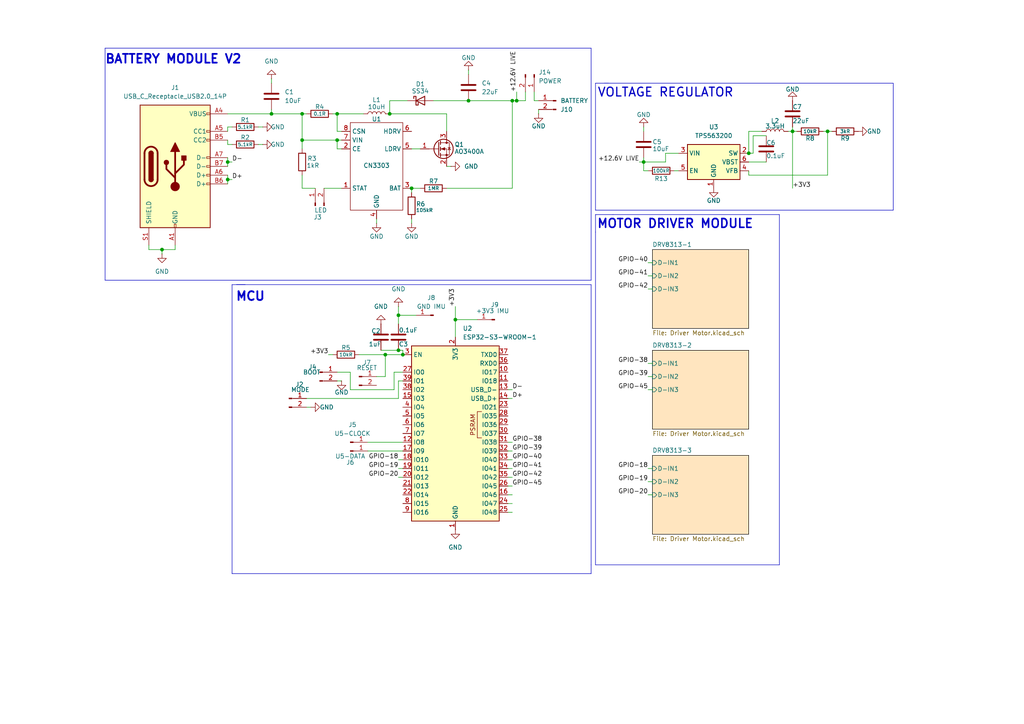
<source format=kicad_sch>
(kicad_sch
	(version 20250114)
	(generator "eeschema")
	(generator_version "9.0")
	(uuid "12b42b7d-d204-4934-8b98-59095ef31821")
	(paper "A4")
	(title_block
		(title "Custom Gimbal PCB")
		(rev "1.4")
	)
	(lib_symbols
		(symbol "Connector:Conn_01x01_Pin"
			(pin_names
				(offset 1.016)
				(hide yes)
			)
			(exclude_from_sim no)
			(in_bom yes)
			(on_board yes)
			(property "Reference" "J"
				(at 0 2.54 0)
				(effects
					(font
						(size 1.27 1.27)
					)
				)
			)
			(property "Value" "Conn_01x01_Pin"
				(at 0 -2.54 0)
				(effects
					(font
						(size 1.27 1.27)
					)
				)
			)
			(property "Footprint" ""
				(at 0 0 0)
				(effects
					(font
						(size 1.27 1.27)
					)
					(hide yes)
				)
			)
			(property "Datasheet" "~"
				(at 0 0 0)
				(effects
					(font
						(size 1.27 1.27)
					)
					(hide yes)
				)
			)
			(property "Description" "Generic connector, single row, 01x01, script generated"
				(at 0 0 0)
				(effects
					(font
						(size 1.27 1.27)
					)
					(hide yes)
				)
			)
			(property "ki_locked" ""
				(at 0 0 0)
				(effects
					(font
						(size 1.27 1.27)
					)
				)
			)
			(property "ki_keywords" "connector"
				(at 0 0 0)
				(effects
					(font
						(size 1.27 1.27)
					)
					(hide yes)
				)
			)
			(property "ki_fp_filters" "Connector*:*_1x??_*"
				(at 0 0 0)
				(effects
					(font
						(size 1.27 1.27)
					)
					(hide yes)
				)
			)
			(symbol "Conn_01x01_Pin_1_1"
				(rectangle
					(start 0.8636 0.127)
					(end 0 -0.127)
					(stroke
						(width 0.1524)
						(type default)
					)
					(fill
						(type outline)
					)
				)
				(polyline
					(pts
						(xy 1.27 0) (xy 0.8636 0)
					)
					(stroke
						(width 0.1524)
						(type default)
					)
					(fill
						(type none)
					)
				)
				(pin passive line
					(at 5.08 0 180)
					(length 3.81)
					(name "Pin_1"
						(effects
							(font
								(size 1.27 1.27)
							)
						)
					)
					(number "1"
						(effects
							(font
								(size 1.27 1.27)
							)
						)
					)
				)
			)
			(embedded_fonts no)
		)
		(symbol "Connector:Conn_01x02_Pin"
			(pin_names
				(offset 1.016)
				(hide yes)
			)
			(exclude_from_sim no)
			(in_bom yes)
			(on_board yes)
			(property "Reference" "J"
				(at 0 2.54 0)
				(effects
					(font
						(size 1.27 1.27)
					)
				)
			)
			(property "Value" "Conn_01x02_Pin"
				(at 0 -5.08 0)
				(effects
					(font
						(size 1.27 1.27)
					)
				)
			)
			(property "Footprint" ""
				(at 0 0 0)
				(effects
					(font
						(size 1.27 1.27)
					)
					(hide yes)
				)
			)
			(property "Datasheet" "~"
				(at 0 0 0)
				(effects
					(font
						(size 1.27 1.27)
					)
					(hide yes)
				)
			)
			(property "Description" "Generic connector, single row, 01x02, script generated"
				(at 0 0 0)
				(effects
					(font
						(size 1.27 1.27)
					)
					(hide yes)
				)
			)
			(property "ki_locked" ""
				(at 0 0 0)
				(effects
					(font
						(size 1.27 1.27)
					)
				)
			)
			(property "ki_keywords" "connector"
				(at 0 0 0)
				(effects
					(font
						(size 1.27 1.27)
					)
					(hide yes)
				)
			)
			(property "ki_fp_filters" "Connector*:*_1x??_*"
				(at 0 0 0)
				(effects
					(font
						(size 1.27 1.27)
					)
					(hide yes)
				)
			)
			(symbol "Conn_01x02_Pin_1_1"
				(rectangle
					(start 0.8636 0.127)
					(end 0 -0.127)
					(stroke
						(width 0.1524)
						(type default)
					)
					(fill
						(type outline)
					)
				)
				(rectangle
					(start 0.8636 -2.413)
					(end 0 -2.667)
					(stroke
						(width 0.1524)
						(type default)
					)
					(fill
						(type outline)
					)
				)
				(polyline
					(pts
						(xy 1.27 0) (xy 0.8636 0)
					)
					(stroke
						(width 0.1524)
						(type default)
					)
					(fill
						(type none)
					)
				)
				(polyline
					(pts
						(xy 1.27 -2.54) (xy 0.8636 -2.54)
					)
					(stroke
						(width 0.1524)
						(type default)
					)
					(fill
						(type none)
					)
				)
				(pin passive line
					(at 5.08 0 180)
					(length 3.81)
					(name "Pin_1"
						(effects
							(font
								(size 1.27 1.27)
							)
						)
					)
					(number "1"
						(effects
							(font
								(size 1.27 1.27)
							)
						)
					)
				)
				(pin passive line
					(at 5.08 -2.54 180)
					(length 3.81)
					(name "Pin_2"
						(effects
							(font
								(size 1.27 1.27)
							)
						)
					)
					(number "2"
						(effects
							(font
								(size 1.27 1.27)
							)
						)
					)
				)
			)
			(embedded_fonts no)
		)
		(symbol "Connector:USB_C_Receptacle_USB2.0_14P"
			(pin_names
				(offset 1.016)
			)
			(exclude_from_sim no)
			(in_bom yes)
			(on_board yes)
			(property "Reference" "J"
				(at 0 22.225 0)
				(effects
					(font
						(size 1.27 1.27)
					)
				)
			)
			(property "Value" "USB_C_Receptacle_USB2.0_14P"
				(at 0 19.685 0)
				(effects
					(font
						(size 1.27 1.27)
					)
				)
			)
			(property "Footprint" ""
				(at 3.81 0 0)
				(effects
					(font
						(size 1.27 1.27)
					)
					(hide yes)
				)
			)
			(property "Datasheet" "https://www.usb.org/sites/default/files/documents/usb_type-c.zip"
				(at 3.81 0 0)
				(effects
					(font
						(size 1.27 1.27)
					)
					(hide yes)
				)
			)
			(property "Description" "USB 2.0-only 14P Type-C Receptacle connector"
				(at 0 0 0)
				(effects
					(font
						(size 1.27 1.27)
					)
					(hide yes)
				)
			)
			(property "ki_keywords" "usb universal serial bus type-C USB2.0"
				(at 0 0 0)
				(effects
					(font
						(size 1.27 1.27)
					)
					(hide yes)
				)
			)
			(property "ki_fp_filters" "USB*C*Receptacle*"
				(at 0 0 0)
				(effects
					(font
						(size 1.27 1.27)
					)
					(hide yes)
				)
			)
			(symbol "USB_C_Receptacle_USB2.0_14P_0_0"
				(rectangle
					(start -0.254 -17.78)
					(end 0.254 -16.764)
					(stroke
						(width 0)
						(type default)
					)
					(fill
						(type none)
					)
				)
				(rectangle
					(start 10.16 15.494)
					(end 9.144 14.986)
					(stroke
						(width 0)
						(type default)
					)
					(fill
						(type none)
					)
				)
				(rectangle
					(start 10.16 10.414)
					(end 9.144 9.906)
					(stroke
						(width 0)
						(type default)
					)
					(fill
						(type none)
					)
				)
				(rectangle
					(start 10.16 7.874)
					(end 9.144 7.366)
					(stroke
						(width 0)
						(type default)
					)
					(fill
						(type none)
					)
				)
				(rectangle
					(start 10.16 2.794)
					(end 9.144 2.286)
					(stroke
						(width 0)
						(type default)
					)
					(fill
						(type none)
					)
				)
				(rectangle
					(start 10.16 0.254)
					(end 9.144 -0.254)
					(stroke
						(width 0)
						(type default)
					)
					(fill
						(type none)
					)
				)
				(rectangle
					(start 10.16 -2.286)
					(end 9.144 -2.794)
					(stroke
						(width 0)
						(type default)
					)
					(fill
						(type none)
					)
				)
				(rectangle
					(start 10.16 -4.826)
					(end 9.144 -5.334)
					(stroke
						(width 0)
						(type default)
					)
					(fill
						(type none)
					)
				)
			)
			(symbol "USB_C_Receptacle_USB2.0_14P_0_1"
				(rectangle
					(start -10.16 17.78)
					(end 10.16 -17.78)
					(stroke
						(width 0.254)
						(type default)
					)
					(fill
						(type background)
					)
				)
				(polyline
					(pts
						(xy -8.89 -3.81) (xy -8.89 3.81)
					)
					(stroke
						(width 0.508)
						(type default)
					)
					(fill
						(type none)
					)
				)
				(rectangle
					(start -7.62 -3.81)
					(end -6.35 3.81)
					(stroke
						(width 0.254)
						(type default)
					)
					(fill
						(type outline)
					)
				)
				(arc
					(start -7.62 3.81)
					(mid -6.985 4.4423)
					(end -6.35 3.81)
					(stroke
						(width 0.254)
						(type default)
					)
					(fill
						(type none)
					)
				)
				(arc
					(start -7.62 3.81)
					(mid -6.985 4.4423)
					(end -6.35 3.81)
					(stroke
						(width 0.254)
						(type default)
					)
					(fill
						(type outline)
					)
				)
				(arc
					(start -8.89 3.81)
					(mid -6.985 5.7067)
					(end -5.08 3.81)
					(stroke
						(width 0.508)
						(type default)
					)
					(fill
						(type none)
					)
				)
				(arc
					(start -5.08 -3.81)
					(mid -6.985 -5.7067)
					(end -8.89 -3.81)
					(stroke
						(width 0.508)
						(type default)
					)
					(fill
						(type none)
					)
				)
				(arc
					(start -6.35 -3.81)
					(mid -6.985 -4.4423)
					(end -7.62 -3.81)
					(stroke
						(width 0.254)
						(type default)
					)
					(fill
						(type none)
					)
				)
				(arc
					(start -6.35 -3.81)
					(mid -6.985 -4.4423)
					(end -7.62 -3.81)
					(stroke
						(width 0.254)
						(type default)
					)
					(fill
						(type outline)
					)
				)
				(polyline
					(pts
						(xy -5.08 3.81) (xy -5.08 -3.81)
					)
					(stroke
						(width 0.508)
						(type default)
					)
					(fill
						(type none)
					)
				)
				(circle
					(center -2.54 1.143)
					(radius 0.635)
					(stroke
						(width 0.254)
						(type default)
					)
					(fill
						(type outline)
					)
				)
				(polyline
					(pts
						(xy -1.27 4.318) (xy 0 6.858) (xy 1.27 4.318) (xy -1.27 4.318)
					)
					(stroke
						(width 0.254)
						(type default)
					)
					(fill
						(type outline)
					)
				)
				(polyline
					(pts
						(xy 0 -2.032) (xy 2.54 0.508) (xy 2.54 1.778)
					)
					(stroke
						(width 0.508)
						(type default)
					)
					(fill
						(type none)
					)
				)
				(polyline
					(pts
						(xy 0 -3.302) (xy -2.54 -0.762) (xy -2.54 0.508)
					)
					(stroke
						(width 0.508)
						(type default)
					)
					(fill
						(type none)
					)
				)
				(polyline
					(pts
						(xy 0 -5.842) (xy 0 4.318)
					)
					(stroke
						(width 0.508)
						(type default)
					)
					(fill
						(type none)
					)
				)
				(circle
					(center 0 -5.842)
					(radius 1.27)
					(stroke
						(width 0)
						(type default)
					)
					(fill
						(type outline)
					)
				)
				(rectangle
					(start 1.905 1.778)
					(end 3.175 3.048)
					(stroke
						(width 0.254)
						(type default)
					)
					(fill
						(type outline)
					)
				)
			)
			(symbol "USB_C_Receptacle_USB2.0_14P_1_1"
				(pin passive line
					(at -7.62 -22.86 90)
					(length 5.08)
					(name "SHIELD"
						(effects
							(font
								(size 1.27 1.27)
							)
						)
					)
					(number "S1"
						(effects
							(font
								(size 1.27 1.27)
							)
						)
					)
				)
				(pin passive line
					(at 0 -22.86 90)
					(length 5.08)
					(name "GND"
						(effects
							(font
								(size 1.27 1.27)
							)
						)
					)
					(number "A1"
						(effects
							(font
								(size 1.27 1.27)
							)
						)
					)
				)
				(pin passive line
					(at 0 -22.86 90)
					(length 5.08)
					(hide yes)
					(name "GND"
						(effects
							(font
								(size 1.27 1.27)
							)
						)
					)
					(number "A12"
						(effects
							(font
								(size 1.27 1.27)
							)
						)
					)
				)
				(pin passive line
					(at 0 -22.86 90)
					(length 5.08)
					(hide yes)
					(name "GND"
						(effects
							(font
								(size 1.27 1.27)
							)
						)
					)
					(number "B1"
						(effects
							(font
								(size 1.27 1.27)
							)
						)
					)
				)
				(pin passive line
					(at 0 -22.86 90)
					(length 5.08)
					(hide yes)
					(name "GND"
						(effects
							(font
								(size 1.27 1.27)
							)
						)
					)
					(number "B12"
						(effects
							(font
								(size 1.27 1.27)
							)
						)
					)
				)
				(pin passive line
					(at 15.24 15.24 180)
					(length 5.08)
					(name "VBUS"
						(effects
							(font
								(size 1.27 1.27)
							)
						)
					)
					(number "A4"
						(effects
							(font
								(size 1.27 1.27)
							)
						)
					)
				)
				(pin passive line
					(at 15.24 15.24 180)
					(length 5.08)
					(hide yes)
					(name "VBUS"
						(effects
							(font
								(size 1.27 1.27)
							)
						)
					)
					(number "A9"
						(effects
							(font
								(size 1.27 1.27)
							)
						)
					)
				)
				(pin passive line
					(at 15.24 15.24 180)
					(length 5.08)
					(hide yes)
					(name "VBUS"
						(effects
							(font
								(size 1.27 1.27)
							)
						)
					)
					(number "B4"
						(effects
							(font
								(size 1.27 1.27)
							)
						)
					)
				)
				(pin passive line
					(at 15.24 15.24 180)
					(length 5.08)
					(hide yes)
					(name "VBUS"
						(effects
							(font
								(size 1.27 1.27)
							)
						)
					)
					(number "B9"
						(effects
							(font
								(size 1.27 1.27)
							)
						)
					)
				)
				(pin bidirectional line
					(at 15.24 10.16 180)
					(length 5.08)
					(name "CC1"
						(effects
							(font
								(size 1.27 1.27)
							)
						)
					)
					(number "A5"
						(effects
							(font
								(size 1.27 1.27)
							)
						)
					)
				)
				(pin bidirectional line
					(at 15.24 7.62 180)
					(length 5.08)
					(name "CC2"
						(effects
							(font
								(size 1.27 1.27)
							)
						)
					)
					(number "B5"
						(effects
							(font
								(size 1.27 1.27)
							)
						)
					)
				)
				(pin bidirectional line
					(at 15.24 2.54 180)
					(length 5.08)
					(name "D-"
						(effects
							(font
								(size 1.27 1.27)
							)
						)
					)
					(number "A7"
						(effects
							(font
								(size 1.27 1.27)
							)
						)
					)
				)
				(pin bidirectional line
					(at 15.24 0 180)
					(length 5.08)
					(name "D-"
						(effects
							(font
								(size 1.27 1.27)
							)
						)
					)
					(number "B7"
						(effects
							(font
								(size 1.27 1.27)
							)
						)
					)
				)
				(pin bidirectional line
					(at 15.24 -2.54 180)
					(length 5.08)
					(name "D+"
						(effects
							(font
								(size 1.27 1.27)
							)
						)
					)
					(number "A6"
						(effects
							(font
								(size 1.27 1.27)
							)
						)
					)
				)
				(pin bidirectional line
					(at 15.24 -5.08 180)
					(length 5.08)
					(name "D+"
						(effects
							(font
								(size 1.27 1.27)
							)
						)
					)
					(number "B6"
						(effects
							(font
								(size 1.27 1.27)
							)
						)
					)
				)
			)
			(embedded_fonts no)
		)
		(symbol "Custom:CN3303"
			(exclude_from_sim no)
			(in_bom yes)
			(on_board yes)
			(property "Reference" "U"
				(at 0 0 0)
				(effects
					(font
						(size 1.27 1.27)
					)
				)
			)
			(property "Value" "CN3303"
				(at -0.508 -13.462 0)
				(effects
					(font
						(size 1.27 1.27)
					)
				)
			)
			(property "Footprint" "Package_SO:SOIC-8_3.9x4.9mm_P1.27mm"
				(at 0 0 0)
				(effects
					(font
						(size 1.27 1.27)
					)
					(hide yes)
				)
			)
			(property "Datasheet" ""
				(at 0 0 0)
				(effects
					(font
						(size 1.27 1.27)
					)
					(hide yes)
				)
			)
			(property "Description" ""
				(at 0 0 0)
				(effects
					(font
						(size 1.27 1.27)
					)
					(hide yes)
				)
			)
			(symbol "CN3303_0_1"
				(rectangle
					(start -7.62 -1.27)
					(end 7.62 -26.67)
					(stroke
						(width 0)
						(type default)
					)
					(fill
						(type none)
					)
				)
			)
			(symbol "CN3303_1_1"
				(pin input line
					(at -10.16 -3.81 0)
					(length 2.54)
					(name "CSN"
						(effects
							(font
								(size 1.27 1.27)
							)
						)
					)
					(number "8"
						(effects
							(font
								(size 1.27 1.27)
							)
						)
					)
				)
				(pin power_in line
					(at -10.16 -6.35 0)
					(length 2.54)
					(name "VIN"
						(effects
							(font
								(size 1.27 1.27)
							)
						)
					)
					(number "7"
						(effects
							(font
								(size 1.27 1.27)
							)
						)
					)
				)
				(pin input line
					(at -10.16 -8.89 0)
					(length 2.54)
					(name "CE"
						(effects
							(font
								(size 1.27 1.27)
							)
						)
					)
					(number "2"
						(effects
							(font
								(size 1.27 1.27)
							)
						)
					)
				)
				(pin open_collector line
					(at -10.16 -20.32 0)
					(length 2.54)
					(name "STAT"
						(effects
							(font
								(size 1.27 1.27)
							)
						)
					)
					(number "1"
						(effects
							(font
								(size 1.27 1.27)
							)
						)
					)
				)
				(pin power_in line
					(at 0 -29.21 90)
					(length 2.54)
					(name "GND"
						(effects
							(font
								(size 1.27 1.27)
							)
						)
					)
					(number "4"
						(effects
							(font
								(size 1.27 1.27)
							)
						)
					)
				)
				(pin output line
					(at 10.16 -3.81 180)
					(length 2.54)
					(name "HDRV"
						(effects
							(font
								(size 1.27 1.27)
							)
						)
					)
					(number "6"
						(effects
							(font
								(size 1.27 1.27)
							)
						)
					)
				)
				(pin output line
					(at 10.16 -8.89 180)
					(length 2.54)
					(name "LDRV"
						(effects
							(font
								(size 1.27 1.27)
							)
						)
					)
					(number "5"
						(effects
							(font
								(size 1.27 1.27)
							)
						)
					)
				)
				(pin input line
					(at 10.16 -20.32 180)
					(length 2.54)
					(name "BAT"
						(effects
							(font
								(size 1.27 1.27)
							)
						)
					)
					(number "3"
						(effects
							(font
								(size 1.27 1.27)
							)
						)
					)
				)
			)
			(embedded_fonts no)
		)
		(symbol "Device:C"
			(pin_numbers
				(hide yes)
			)
			(pin_names
				(offset 0.254)
			)
			(exclude_from_sim no)
			(in_bom yes)
			(on_board yes)
			(property "Reference" "C"
				(at 0.635 2.54 0)
				(effects
					(font
						(size 1.27 1.27)
					)
					(justify left)
				)
			)
			(property "Value" "C"
				(at 0.635 -2.54 0)
				(effects
					(font
						(size 1.27 1.27)
					)
					(justify left)
				)
			)
			(property "Footprint" ""
				(at 0.9652 -3.81 0)
				(effects
					(font
						(size 1.27 1.27)
					)
					(hide yes)
				)
			)
			(property "Datasheet" "~"
				(at 0 0 0)
				(effects
					(font
						(size 1.27 1.27)
					)
					(hide yes)
				)
			)
			(property "Description" "Unpolarized capacitor"
				(at 0 0 0)
				(effects
					(font
						(size 1.27 1.27)
					)
					(hide yes)
				)
			)
			(property "ki_keywords" "cap capacitor"
				(at 0 0 0)
				(effects
					(font
						(size 1.27 1.27)
					)
					(hide yes)
				)
			)
			(property "ki_fp_filters" "C_*"
				(at 0 0 0)
				(effects
					(font
						(size 1.27 1.27)
					)
					(hide yes)
				)
			)
			(symbol "C_0_1"
				(polyline
					(pts
						(xy -2.032 0.762) (xy 2.032 0.762)
					)
					(stroke
						(width 0.508)
						(type default)
					)
					(fill
						(type none)
					)
				)
				(polyline
					(pts
						(xy -2.032 -0.762) (xy 2.032 -0.762)
					)
					(stroke
						(width 0.508)
						(type default)
					)
					(fill
						(type none)
					)
				)
			)
			(symbol "C_1_1"
				(pin passive line
					(at 0 3.81 270)
					(length 2.794)
					(name "~"
						(effects
							(font
								(size 1.27 1.27)
							)
						)
					)
					(number "1"
						(effects
							(font
								(size 1.27 1.27)
							)
						)
					)
				)
				(pin passive line
					(at 0 -3.81 90)
					(length 2.794)
					(name "~"
						(effects
							(font
								(size 1.27 1.27)
							)
						)
					)
					(number "2"
						(effects
							(font
								(size 1.27 1.27)
							)
						)
					)
				)
			)
			(embedded_fonts no)
		)
		(symbol "Device:L"
			(pin_numbers
				(hide yes)
			)
			(pin_names
				(offset 1.016)
				(hide yes)
			)
			(exclude_from_sim no)
			(in_bom yes)
			(on_board yes)
			(property "Reference" "L"
				(at -1.27 0 90)
				(effects
					(font
						(size 1.27 1.27)
					)
				)
			)
			(property "Value" "L"
				(at 1.905 0 90)
				(effects
					(font
						(size 1.27 1.27)
					)
				)
			)
			(property "Footprint" ""
				(at 0 0 0)
				(effects
					(font
						(size 1.27 1.27)
					)
					(hide yes)
				)
			)
			(property "Datasheet" "~"
				(at 0 0 0)
				(effects
					(font
						(size 1.27 1.27)
					)
					(hide yes)
				)
			)
			(property "Description" "Inductor"
				(at 0 0 0)
				(effects
					(font
						(size 1.27 1.27)
					)
					(hide yes)
				)
			)
			(property "ki_keywords" "inductor choke coil reactor magnetic"
				(at 0 0 0)
				(effects
					(font
						(size 1.27 1.27)
					)
					(hide yes)
				)
			)
			(property "ki_fp_filters" "Choke_* *Coil* Inductor_* L_*"
				(at 0 0 0)
				(effects
					(font
						(size 1.27 1.27)
					)
					(hide yes)
				)
			)
			(symbol "L_0_1"
				(arc
					(start 0 2.54)
					(mid 0.6323 1.905)
					(end 0 1.27)
					(stroke
						(width 0)
						(type default)
					)
					(fill
						(type none)
					)
				)
				(arc
					(start 0 1.27)
					(mid 0.6323 0.635)
					(end 0 0)
					(stroke
						(width 0)
						(type default)
					)
					(fill
						(type none)
					)
				)
				(arc
					(start 0 0)
					(mid 0.6323 -0.635)
					(end 0 -1.27)
					(stroke
						(width 0)
						(type default)
					)
					(fill
						(type none)
					)
				)
				(arc
					(start 0 -1.27)
					(mid 0.6323 -1.905)
					(end 0 -2.54)
					(stroke
						(width 0)
						(type default)
					)
					(fill
						(type none)
					)
				)
			)
			(symbol "L_1_1"
				(pin passive line
					(at 0 3.81 270)
					(length 1.27)
					(name "1"
						(effects
							(font
								(size 1.27 1.27)
							)
						)
					)
					(number "1"
						(effects
							(font
								(size 1.27 1.27)
							)
						)
					)
				)
				(pin passive line
					(at 0 -3.81 90)
					(length 1.27)
					(name "2"
						(effects
							(font
								(size 1.27 1.27)
							)
						)
					)
					(number "2"
						(effects
							(font
								(size 1.27 1.27)
							)
						)
					)
				)
			)
			(embedded_fonts no)
		)
		(symbol "Device:R"
			(pin_numbers
				(hide yes)
			)
			(pin_names
				(offset 0)
			)
			(exclude_from_sim no)
			(in_bom yes)
			(on_board yes)
			(property "Reference" "R"
				(at 2.032 0 90)
				(effects
					(font
						(size 1.27 1.27)
					)
				)
			)
			(property "Value" "R"
				(at 0 0 90)
				(effects
					(font
						(size 1.27 1.27)
					)
				)
			)
			(property "Footprint" ""
				(at -1.778 0 90)
				(effects
					(font
						(size 1.27 1.27)
					)
					(hide yes)
				)
			)
			(property "Datasheet" "~"
				(at 0 0 0)
				(effects
					(font
						(size 1.27 1.27)
					)
					(hide yes)
				)
			)
			(property "Description" "Resistor"
				(at 0 0 0)
				(effects
					(font
						(size 1.27 1.27)
					)
					(hide yes)
				)
			)
			(property "ki_keywords" "R res resistor"
				(at 0 0 0)
				(effects
					(font
						(size 1.27 1.27)
					)
					(hide yes)
				)
			)
			(property "ki_fp_filters" "R_*"
				(at 0 0 0)
				(effects
					(font
						(size 1.27 1.27)
					)
					(hide yes)
				)
			)
			(symbol "R_0_1"
				(rectangle
					(start -1.016 -2.54)
					(end 1.016 2.54)
					(stroke
						(width 0.254)
						(type default)
					)
					(fill
						(type none)
					)
				)
			)
			(symbol "R_1_1"
				(pin passive line
					(at 0 3.81 270)
					(length 1.27)
					(name "~"
						(effects
							(font
								(size 1.27 1.27)
							)
						)
					)
					(number "1"
						(effects
							(font
								(size 1.27 1.27)
							)
						)
					)
				)
				(pin passive line
					(at 0 -3.81 90)
					(length 1.27)
					(name "~"
						(effects
							(font
								(size 1.27 1.27)
							)
						)
					)
					(number "2"
						(effects
							(font
								(size 1.27 1.27)
							)
						)
					)
				)
			)
			(embedded_fonts no)
		)
		(symbol "Diode:SS34"
			(pin_numbers
				(hide yes)
			)
			(pin_names
				(offset 1.016)
				(hide yes)
			)
			(exclude_from_sim no)
			(in_bom yes)
			(on_board yes)
			(property "Reference" "D"
				(at 0 2.54 0)
				(effects
					(font
						(size 1.27 1.27)
					)
				)
			)
			(property "Value" "SS34"
				(at 0 -2.54 0)
				(effects
					(font
						(size 1.27 1.27)
					)
				)
			)
			(property "Footprint" "Diode_SMD:D_SMA"
				(at 0 -4.445 0)
				(effects
					(font
						(size 1.27 1.27)
					)
					(hide yes)
				)
			)
			(property "Datasheet" "https://www.vishay.com/docs/88751/ss32.pdf"
				(at 0 0 0)
				(effects
					(font
						(size 1.27 1.27)
					)
					(hide yes)
				)
			)
			(property "Description" "40V 3A Schottky Diode, SMA"
				(at 0 0 0)
				(effects
					(font
						(size 1.27 1.27)
					)
					(hide yes)
				)
			)
			(property "ki_keywords" "diode Schottky"
				(at 0 0 0)
				(effects
					(font
						(size 1.27 1.27)
					)
					(hide yes)
				)
			)
			(property "ki_fp_filters" "D*SMA*"
				(at 0 0 0)
				(effects
					(font
						(size 1.27 1.27)
					)
					(hide yes)
				)
			)
			(symbol "SS34_0_1"
				(polyline
					(pts
						(xy -1.905 0.635) (xy -1.905 1.27) (xy -1.27 1.27) (xy -1.27 -1.27) (xy -0.635 -1.27) (xy -0.635 -0.635)
					)
					(stroke
						(width 0.254)
						(type default)
					)
					(fill
						(type none)
					)
				)
				(polyline
					(pts
						(xy 1.27 1.27) (xy 1.27 -1.27) (xy -1.27 0) (xy 1.27 1.27)
					)
					(stroke
						(width 0.254)
						(type default)
					)
					(fill
						(type none)
					)
				)
				(polyline
					(pts
						(xy 1.27 0) (xy -1.27 0)
					)
					(stroke
						(width 0)
						(type default)
					)
					(fill
						(type none)
					)
				)
			)
			(symbol "SS34_1_1"
				(pin passive line
					(at -3.81 0 0)
					(length 2.54)
					(name "K"
						(effects
							(font
								(size 1.27 1.27)
							)
						)
					)
					(number "1"
						(effects
							(font
								(size 1.27 1.27)
							)
						)
					)
				)
				(pin passive line
					(at 3.81 0 180)
					(length 2.54)
					(name "A"
						(effects
							(font
								(size 1.27 1.27)
							)
						)
					)
					(number "2"
						(effects
							(font
								(size 1.27 1.27)
							)
						)
					)
				)
			)
			(embedded_fonts no)
		)
		(symbol "RF_Module:ESP32-S3-WROOM-1"
			(exclude_from_sim no)
			(in_bom yes)
			(on_board yes)
			(property "Reference" "U"
				(at -12.7 26.67 0)
				(effects
					(font
						(size 1.27 1.27)
					)
				)
			)
			(property "Value" "ESP32-S3-WROOM-1"
				(at 12.7 26.67 0)
				(effects
					(font
						(size 1.27 1.27)
					)
				)
			)
			(property "Footprint" "RF_Module:ESP32-S3-WROOM-1"
				(at 0 2.54 0)
				(effects
					(font
						(size 1.27 1.27)
					)
					(hide yes)
				)
			)
			(property "Datasheet" "https://www.espressif.com/sites/default/files/documentation/esp32-s3-wroom-1_wroom-1u_datasheet_en.pdf"
				(at 0 0 0)
				(effects
					(font
						(size 1.27 1.27)
					)
					(hide yes)
				)
			)
			(property "Description" "RF Module, ESP32-S3 SoC, Wi-Fi 802.11b/g/n, Bluetooth, BLE, 32-bit, 3.3V, onboard antenna, SMD"
				(at 0 0 0)
				(effects
					(font
						(size 1.27 1.27)
					)
					(hide yes)
				)
			)
			(property "ki_keywords" "RF Radio BT ESP ESP32-S3 Espressif onboard PCB antenna"
				(at 0 0 0)
				(effects
					(font
						(size 1.27 1.27)
					)
					(hide yes)
				)
			)
			(property "ki_fp_filters" "ESP32?S3?WROOM?1*"
				(at 0 0 0)
				(effects
					(font
						(size 1.27 1.27)
					)
					(hide yes)
				)
			)
			(symbol "ESP32-S3-WROOM-1_0_0"
				(rectangle
					(start -12.7 25.4)
					(end 12.7 -25.4)
					(stroke
						(width 0.254)
						(type default)
					)
					(fill
						(type background)
					)
				)
				(text "PSRAM"
					(at 5.08 2.54 900)
					(effects
						(font
							(size 1.27 1.27)
						)
					)
				)
			)
			(symbol "ESP32-S3-WROOM-1_0_1"
				(polyline
					(pts
						(xy 7.62 -1.27) (xy 6.35 -1.27) (xy 6.35 6.35) (xy 7.62 6.35)
					)
					(stroke
						(width 0)
						(type default)
					)
					(fill
						(type none)
					)
				)
			)
			(symbol "ESP32-S3-WROOM-1_1_1"
				(pin input line
					(at -15.24 22.86 0)
					(length 2.54)
					(name "EN"
						(effects
							(font
								(size 1.27 1.27)
							)
						)
					)
					(number "3"
						(effects
							(font
								(size 1.27 1.27)
							)
						)
					)
				)
				(pin bidirectional line
					(at -15.24 17.78 0)
					(length 2.54)
					(name "IO0"
						(effects
							(font
								(size 1.27 1.27)
							)
						)
					)
					(number "27"
						(effects
							(font
								(size 1.27 1.27)
							)
						)
					)
				)
				(pin bidirectional line
					(at -15.24 15.24 0)
					(length 2.54)
					(name "IO1"
						(effects
							(font
								(size 1.27 1.27)
							)
						)
					)
					(number "39"
						(effects
							(font
								(size 1.27 1.27)
							)
						)
					)
				)
				(pin bidirectional line
					(at -15.24 12.7 0)
					(length 2.54)
					(name "IO2"
						(effects
							(font
								(size 1.27 1.27)
							)
						)
					)
					(number "38"
						(effects
							(font
								(size 1.27 1.27)
							)
						)
					)
				)
				(pin bidirectional line
					(at -15.24 10.16 0)
					(length 2.54)
					(name "IO3"
						(effects
							(font
								(size 1.27 1.27)
							)
						)
					)
					(number "15"
						(effects
							(font
								(size 1.27 1.27)
							)
						)
					)
				)
				(pin bidirectional line
					(at -15.24 7.62 0)
					(length 2.54)
					(name "IO4"
						(effects
							(font
								(size 1.27 1.27)
							)
						)
					)
					(number "4"
						(effects
							(font
								(size 1.27 1.27)
							)
						)
					)
				)
				(pin bidirectional line
					(at -15.24 5.08 0)
					(length 2.54)
					(name "IO5"
						(effects
							(font
								(size 1.27 1.27)
							)
						)
					)
					(number "5"
						(effects
							(font
								(size 1.27 1.27)
							)
						)
					)
				)
				(pin bidirectional line
					(at -15.24 2.54 0)
					(length 2.54)
					(name "IO6"
						(effects
							(font
								(size 1.27 1.27)
							)
						)
					)
					(number "6"
						(effects
							(font
								(size 1.27 1.27)
							)
						)
					)
				)
				(pin bidirectional line
					(at -15.24 0 0)
					(length 2.54)
					(name "IO7"
						(effects
							(font
								(size 1.27 1.27)
							)
						)
					)
					(number "7"
						(effects
							(font
								(size 1.27 1.27)
							)
						)
					)
				)
				(pin bidirectional line
					(at -15.24 -2.54 0)
					(length 2.54)
					(name "IO8"
						(effects
							(font
								(size 1.27 1.27)
							)
						)
					)
					(number "12"
						(effects
							(font
								(size 1.27 1.27)
							)
						)
					)
				)
				(pin bidirectional line
					(at -15.24 -5.08 0)
					(length 2.54)
					(name "IO9"
						(effects
							(font
								(size 1.27 1.27)
							)
						)
					)
					(number "17"
						(effects
							(font
								(size 1.27 1.27)
							)
						)
					)
				)
				(pin bidirectional line
					(at -15.24 -7.62 0)
					(length 2.54)
					(name "IO10"
						(effects
							(font
								(size 1.27 1.27)
							)
						)
					)
					(number "18"
						(effects
							(font
								(size 1.27 1.27)
							)
						)
					)
				)
				(pin bidirectional line
					(at -15.24 -10.16 0)
					(length 2.54)
					(name "IO11"
						(effects
							(font
								(size 1.27 1.27)
							)
						)
					)
					(number "19"
						(effects
							(font
								(size 1.27 1.27)
							)
						)
					)
				)
				(pin bidirectional line
					(at -15.24 -12.7 0)
					(length 2.54)
					(name "IO12"
						(effects
							(font
								(size 1.27 1.27)
							)
						)
					)
					(number "20"
						(effects
							(font
								(size 1.27 1.27)
							)
						)
					)
				)
				(pin bidirectional line
					(at -15.24 -15.24 0)
					(length 2.54)
					(name "IO13"
						(effects
							(font
								(size 1.27 1.27)
							)
						)
					)
					(number "21"
						(effects
							(font
								(size 1.27 1.27)
							)
						)
					)
				)
				(pin bidirectional line
					(at -15.24 -17.78 0)
					(length 2.54)
					(name "IO14"
						(effects
							(font
								(size 1.27 1.27)
							)
						)
					)
					(number "22"
						(effects
							(font
								(size 1.27 1.27)
							)
						)
					)
				)
				(pin bidirectional line
					(at -15.24 -20.32 0)
					(length 2.54)
					(name "IO15"
						(effects
							(font
								(size 1.27 1.27)
							)
						)
					)
					(number "8"
						(effects
							(font
								(size 1.27 1.27)
							)
						)
					)
				)
				(pin bidirectional line
					(at -15.24 -22.86 0)
					(length 2.54)
					(name "IO16"
						(effects
							(font
								(size 1.27 1.27)
							)
						)
					)
					(number "9"
						(effects
							(font
								(size 1.27 1.27)
							)
						)
					)
				)
				(pin power_in line
					(at 0 27.94 270)
					(length 2.54)
					(name "3V3"
						(effects
							(font
								(size 1.27 1.27)
							)
						)
					)
					(number "2"
						(effects
							(font
								(size 1.27 1.27)
							)
						)
					)
				)
				(pin power_in line
					(at 0 -27.94 90)
					(length 2.54)
					(name "GND"
						(effects
							(font
								(size 1.27 1.27)
							)
						)
					)
					(number "1"
						(effects
							(font
								(size 1.27 1.27)
							)
						)
					)
				)
				(pin passive line
					(at 0 -27.94 90)
					(length 2.54)
					(hide yes)
					(name "GND"
						(effects
							(font
								(size 1.27 1.27)
							)
						)
					)
					(number "40"
						(effects
							(font
								(size 1.27 1.27)
							)
						)
					)
				)
				(pin passive line
					(at 0 -27.94 90)
					(length 2.54)
					(hide yes)
					(name "GND"
						(effects
							(font
								(size 1.27 1.27)
							)
						)
					)
					(number "41"
						(effects
							(font
								(size 1.27 1.27)
							)
						)
					)
				)
				(pin bidirectional line
					(at 15.24 22.86 180)
					(length 2.54)
					(name "TXD0"
						(effects
							(font
								(size 1.27 1.27)
							)
						)
					)
					(number "37"
						(effects
							(font
								(size 1.27 1.27)
							)
						)
					)
				)
				(pin bidirectional line
					(at 15.24 20.32 180)
					(length 2.54)
					(name "RXD0"
						(effects
							(font
								(size 1.27 1.27)
							)
						)
					)
					(number "36"
						(effects
							(font
								(size 1.27 1.27)
							)
						)
					)
				)
				(pin bidirectional line
					(at 15.24 17.78 180)
					(length 2.54)
					(name "IO17"
						(effects
							(font
								(size 1.27 1.27)
							)
						)
					)
					(number "10"
						(effects
							(font
								(size 1.27 1.27)
							)
						)
					)
				)
				(pin bidirectional line
					(at 15.24 15.24 180)
					(length 2.54)
					(name "IO18"
						(effects
							(font
								(size 1.27 1.27)
							)
						)
					)
					(number "11"
						(effects
							(font
								(size 1.27 1.27)
							)
						)
					)
				)
				(pin bidirectional line
					(at 15.24 12.7 180)
					(length 2.54)
					(name "USB_D-"
						(effects
							(font
								(size 1.27 1.27)
							)
						)
					)
					(number "13"
						(effects
							(font
								(size 1.27 1.27)
							)
						)
					)
					(alternate "IO19" bidirectional line)
				)
				(pin bidirectional line
					(at 15.24 10.16 180)
					(length 2.54)
					(name "USB_D+"
						(effects
							(font
								(size 1.27 1.27)
							)
						)
					)
					(number "14"
						(effects
							(font
								(size 1.27 1.27)
							)
						)
					)
					(alternate "IO20" bidirectional line)
				)
				(pin bidirectional line
					(at 15.24 7.62 180)
					(length 2.54)
					(name "IO21"
						(effects
							(font
								(size 1.27 1.27)
							)
						)
					)
					(number "23"
						(effects
							(font
								(size 1.27 1.27)
							)
						)
					)
				)
				(pin bidirectional line
					(at 15.24 5.08 180)
					(length 2.54)
					(name "IO35"
						(effects
							(font
								(size 1.27 1.27)
							)
						)
					)
					(number "28"
						(effects
							(font
								(size 1.27 1.27)
							)
						)
					)
				)
				(pin bidirectional line
					(at 15.24 2.54 180)
					(length 2.54)
					(name "IO36"
						(effects
							(font
								(size 1.27 1.27)
							)
						)
					)
					(number "29"
						(effects
							(font
								(size 1.27 1.27)
							)
						)
					)
				)
				(pin bidirectional line
					(at 15.24 0 180)
					(length 2.54)
					(name "IO37"
						(effects
							(font
								(size 1.27 1.27)
							)
						)
					)
					(number "30"
						(effects
							(font
								(size 1.27 1.27)
							)
						)
					)
				)
				(pin bidirectional line
					(at 15.24 -2.54 180)
					(length 2.54)
					(name "IO38"
						(effects
							(font
								(size 1.27 1.27)
							)
						)
					)
					(number "31"
						(effects
							(font
								(size 1.27 1.27)
							)
						)
					)
				)
				(pin bidirectional line
					(at 15.24 -5.08 180)
					(length 2.54)
					(name "IO39"
						(effects
							(font
								(size 1.27 1.27)
							)
						)
					)
					(number "32"
						(effects
							(font
								(size 1.27 1.27)
							)
						)
					)
				)
				(pin bidirectional line
					(at 15.24 -7.62 180)
					(length 2.54)
					(name "IO40"
						(effects
							(font
								(size 1.27 1.27)
							)
						)
					)
					(number "33"
						(effects
							(font
								(size 1.27 1.27)
							)
						)
					)
				)
				(pin bidirectional line
					(at 15.24 -10.16 180)
					(length 2.54)
					(name "IO41"
						(effects
							(font
								(size 1.27 1.27)
							)
						)
					)
					(number "34"
						(effects
							(font
								(size 1.27 1.27)
							)
						)
					)
				)
				(pin bidirectional line
					(at 15.24 -12.7 180)
					(length 2.54)
					(name "IO42"
						(effects
							(font
								(size 1.27 1.27)
							)
						)
					)
					(number "35"
						(effects
							(font
								(size 1.27 1.27)
							)
						)
					)
				)
				(pin bidirectional line
					(at 15.24 -15.24 180)
					(length 2.54)
					(name "IO45"
						(effects
							(font
								(size 1.27 1.27)
							)
						)
					)
					(number "26"
						(effects
							(font
								(size 1.27 1.27)
							)
						)
					)
				)
				(pin bidirectional line
					(at 15.24 -17.78 180)
					(length 2.54)
					(name "IO46"
						(effects
							(font
								(size 1.27 1.27)
							)
						)
					)
					(number "16"
						(effects
							(font
								(size 1.27 1.27)
							)
						)
					)
				)
				(pin bidirectional line
					(at 15.24 -20.32 180)
					(length 2.54)
					(name "IO47"
						(effects
							(font
								(size 1.27 1.27)
							)
						)
					)
					(number "24"
						(effects
							(font
								(size 1.27 1.27)
							)
						)
					)
				)
				(pin bidirectional line
					(at 15.24 -22.86 180)
					(length 2.54)
					(name "IO48"
						(effects
							(font
								(size 1.27 1.27)
							)
						)
					)
					(number "25"
						(effects
							(font
								(size 1.27 1.27)
							)
						)
					)
				)
			)
			(embedded_fonts no)
		)
		(symbol "Regulator_Switching:TPS563200"
			(exclude_from_sim no)
			(in_bom yes)
			(on_board yes)
			(property "Reference" "U"
				(at -7.62 6.35 0)
				(effects
					(font
						(size 1.27 1.27)
					)
					(justify left)
				)
			)
			(property "Value" "TPS563200"
				(at -2.54 6.35 0)
				(effects
					(font
						(size 1.27 1.27)
					)
					(justify left)
				)
			)
			(property "Footprint" "Package_TO_SOT_SMD:SOT-23-6"
				(at 1.27 -6.35 0)
				(effects
					(font
						(size 1.27 1.27)
					)
					(justify left)
					(hide yes)
				)
			)
			(property "Datasheet" "http://www.ti.com/lit/ds/symlink/tps563200.pdf"
				(at 0 0 0)
				(effects
					(font
						(size 1.27 1.27)
					)
					(hide yes)
				)
			)
			(property "Description" "3A Synchronous Step-Down Voltage Regulator, Adjustable Output Voltage, 4.5-17V Input Voltage, SOT-23-6"
				(at 0 0 0)
				(effects
					(font
						(size 1.27 1.27)
					)
					(hide yes)
				)
			)
			(property "ki_keywords" "step-down dcdc voltage regulator"
				(at 0 0 0)
				(effects
					(font
						(size 1.27 1.27)
					)
					(hide yes)
				)
			)
			(property "ki_fp_filters" "SOT?23*"
				(at 0 0 0)
				(effects
					(font
						(size 1.27 1.27)
					)
					(hide yes)
				)
			)
			(symbol "TPS563200_0_1"
				(rectangle
					(start -7.62 5.08)
					(end 7.62 -5.08)
					(stroke
						(width 0.254)
						(type default)
					)
					(fill
						(type background)
					)
				)
			)
			(symbol "TPS563200_1_1"
				(pin power_in line
					(at -10.16 2.54 0)
					(length 2.54)
					(name "VIN"
						(effects
							(font
								(size 1.27 1.27)
							)
						)
					)
					(number "3"
						(effects
							(font
								(size 1.27 1.27)
							)
						)
					)
				)
				(pin input line
					(at -10.16 -2.54 0)
					(length 2.54)
					(name "EN"
						(effects
							(font
								(size 1.27 1.27)
							)
						)
					)
					(number "5"
						(effects
							(font
								(size 1.27 1.27)
							)
						)
					)
				)
				(pin power_in line
					(at 0 -7.62 90)
					(length 2.54)
					(name "GND"
						(effects
							(font
								(size 1.27 1.27)
							)
						)
					)
					(number "1"
						(effects
							(font
								(size 1.27 1.27)
							)
						)
					)
				)
				(pin output line
					(at 10.16 2.54 180)
					(length 2.54)
					(name "SW"
						(effects
							(font
								(size 1.27 1.27)
							)
						)
					)
					(number "2"
						(effects
							(font
								(size 1.27 1.27)
							)
						)
					)
				)
				(pin passive line
					(at 10.16 0 180)
					(length 2.54)
					(name "VBST"
						(effects
							(font
								(size 1.27 1.27)
							)
						)
					)
					(number "6"
						(effects
							(font
								(size 1.27 1.27)
							)
						)
					)
				)
				(pin input line
					(at 10.16 -2.54 180)
					(length 2.54)
					(name "VFB"
						(effects
							(font
								(size 1.27 1.27)
							)
						)
					)
					(number "4"
						(effects
							(font
								(size 1.27 1.27)
							)
						)
					)
				)
			)
			(embedded_fonts no)
		)
		(symbol "Transistor_FET:AO3400A"
			(pin_names
				(offset 0)
				(hide yes)
			)
			(exclude_from_sim no)
			(in_bom yes)
			(on_board yes)
			(property "Reference" "Q"
				(at 5.08 1.905 0)
				(effects
					(font
						(size 1.27 1.27)
					)
					(justify left)
				)
			)
			(property "Value" "AO3400A"
				(at 5.08 0 0)
				(effects
					(font
						(size 1.27 1.27)
					)
					(justify left)
				)
			)
			(property "Footprint" "Package_TO_SOT_SMD:SOT-23"
				(at 5.08 -1.905 0)
				(effects
					(font
						(size 1.27 1.27)
						(italic yes)
					)
					(justify left)
					(hide yes)
				)
			)
			(property "Datasheet" "http://www.aosmd.com/pdfs/datasheet/AO3400A.pdf"
				(at 5.08 -3.81 0)
				(effects
					(font
						(size 1.27 1.27)
					)
					(justify left)
					(hide yes)
				)
			)
			(property "Description" "30V Vds, 5.7A Id, N-Channel MOSFET, SOT-23"
				(at 0 0 0)
				(effects
					(font
						(size 1.27 1.27)
					)
					(hide yes)
				)
			)
			(property "ki_keywords" "N-Channel MOSFET"
				(at 0 0 0)
				(effects
					(font
						(size 1.27 1.27)
					)
					(hide yes)
				)
			)
			(property "ki_fp_filters" "SOT?23*"
				(at 0 0 0)
				(effects
					(font
						(size 1.27 1.27)
					)
					(hide yes)
				)
			)
			(symbol "AO3400A_0_1"
				(polyline
					(pts
						(xy 0.254 1.905) (xy 0.254 -1.905)
					)
					(stroke
						(width 0.254)
						(type default)
					)
					(fill
						(type none)
					)
				)
				(polyline
					(pts
						(xy 0.254 0) (xy -2.54 0)
					)
					(stroke
						(width 0)
						(type default)
					)
					(fill
						(type none)
					)
				)
				(polyline
					(pts
						(xy 0.762 2.286) (xy 0.762 1.27)
					)
					(stroke
						(width 0.254)
						(type default)
					)
					(fill
						(type none)
					)
				)
				(polyline
					(pts
						(xy 0.762 0.508) (xy 0.762 -0.508)
					)
					(stroke
						(width 0.254)
						(type default)
					)
					(fill
						(type none)
					)
				)
				(polyline
					(pts
						(xy 0.762 -1.27) (xy 0.762 -2.286)
					)
					(stroke
						(width 0.254)
						(type default)
					)
					(fill
						(type none)
					)
				)
				(polyline
					(pts
						(xy 0.762 -1.778) (xy 3.302 -1.778) (xy 3.302 1.778) (xy 0.762 1.778)
					)
					(stroke
						(width 0)
						(type default)
					)
					(fill
						(type none)
					)
				)
				(polyline
					(pts
						(xy 1.016 0) (xy 2.032 0.381) (xy 2.032 -0.381) (xy 1.016 0)
					)
					(stroke
						(width 0)
						(type default)
					)
					(fill
						(type outline)
					)
				)
				(circle
					(center 1.651 0)
					(radius 2.794)
					(stroke
						(width 0.254)
						(type default)
					)
					(fill
						(type none)
					)
				)
				(polyline
					(pts
						(xy 2.54 2.54) (xy 2.54 1.778)
					)
					(stroke
						(width 0)
						(type default)
					)
					(fill
						(type none)
					)
				)
				(circle
					(center 2.54 1.778)
					(radius 0.254)
					(stroke
						(width 0)
						(type default)
					)
					(fill
						(type outline)
					)
				)
				(circle
					(center 2.54 -1.778)
					(radius 0.254)
					(stroke
						(width 0)
						(type default)
					)
					(fill
						(type outline)
					)
				)
				(polyline
					(pts
						(xy 2.54 -2.54) (xy 2.54 0) (xy 0.762 0)
					)
					(stroke
						(width 0)
						(type default)
					)
					(fill
						(type none)
					)
				)
				(polyline
					(pts
						(xy 2.921 0.381) (xy 3.683 0.381)
					)
					(stroke
						(width 0)
						(type default)
					)
					(fill
						(type none)
					)
				)
				(polyline
					(pts
						(xy 3.302 0.381) (xy 2.921 -0.254) (xy 3.683 -0.254) (xy 3.302 0.381)
					)
					(stroke
						(width 0)
						(type default)
					)
					(fill
						(type none)
					)
				)
			)
			(symbol "AO3400A_1_1"
				(pin input line
					(at -5.08 0 0)
					(length 2.54)
					(name "G"
						(effects
							(font
								(size 1.27 1.27)
							)
						)
					)
					(number "1"
						(effects
							(font
								(size 1.27 1.27)
							)
						)
					)
				)
				(pin passive line
					(at 2.54 5.08 270)
					(length 2.54)
					(name "D"
						(effects
							(font
								(size 1.27 1.27)
							)
						)
					)
					(number "3"
						(effects
							(font
								(size 1.27 1.27)
							)
						)
					)
				)
				(pin passive line
					(at 2.54 -5.08 90)
					(length 2.54)
					(name "S"
						(effects
							(font
								(size 1.27 1.27)
							)
						)
					)
					(number "2"
						(effects
							(font
								(size 1.27 1.27)
							)
						)
					)
				)
			)
			(embedded_fonts no)
		)
		(symbol "power:GND"
			(power)
			(pin_numbers
				(hide yes)
			)
			(pin_names
				(offset 0)
				(hide yes)
			)
			(exclude_from_sim no)
			(in_bom yes)
			(on_board yes)
			(property "Reference" "#PWR"
				(at 0 -6.35 0)
				(effects
					(font
						(size 1.27 1.27)
					)
					(hide yes)
				)
			)
			(property "Value" "GND"
				(at 0 -3.81 0)
				(effects
					(font
						(size 1.27 1.27)
					)
				)
			)
			(property "Footprint" ""
				(at 0 0 0)
				(effects
					(font
						(size 1.27 1.27)
					)
					(hide yes)
				)
			)
			(property "Datasheet" ""
				(at 0 0 0)
				(effects
					(font
						(size 1.27 1.27)
					)
					(hide yes)
				)
			)
			(property "Description" "Power symbol creates a global label with name \"GND\" , ground"
				(at 0 0 0)
				(effects
					(font
						(size 1.27 1.27)
					)
					(hide yes)
				)
			)
			(property "ki_keywords" "global power"
				(at 0 0 0)
				(effects
					(font
						(size 1.27 1.27)
					)
					(hide yes)
				)
			)
			(symbol "GND_0_1"
				(polyline
					(pts
						(xy 0 0) (xy 0 -1.27) (xy 1.27 -1.27) (xy 0 -2.54) (xy -1.27 -1.27) (xy 0 -1.27)
					)
					(stroke
						(width 0)
						(type default)
					)
					(fill
						(type none)
					)
				)
			)
			(symbol "GND_1_1"
				(pin power_in line
					(at 0 0 270)
					(length 0)
					(name "~"
						(effects
							(font
								(size 1.27 1.27)
							)
						)
					)
					(number "1"
						(effects
							(font
								(size 1.27 1.27)
							)
						)
					)
				)
			)
			(embedded_fonts no)
		)
	)
	(text "MOTOR DRIVER MODULE"
		(exclude_from_sim no)
		(at 195.834 65.024 0)
		(effects
			(font
				(size 2.54 2.54)
				(thickness 0.4572)
				(bold yes)
			)
		)
		(uuid "0319557b-2571-496e-a834-fa1d52ad562f")
	)
	(text "BATTERY MODULE V2\n"
		(exclude_from_sim no)
		(at 50.292 17.272 0)
		(effects
			(font
				(size 2.54 2.54)
				(thickness 0.508)
				(bold yes)
			)
		)
		(uuid "0c4b8b2d-4c07-4d6c-baa5-4197cdb36d22")
	)
	(text "MCU"
		(exclude_from_sim no)
		(at 72.644 86.106 0)
		(effects
			(font
				(size 2.54 2.54)
				(thickness 0.508)
				(bold yes)
			)
		)
		(uuid "3788a642-3166-40b2-8057-e1b374a8a185")
	)
	(text "VOLTAGE REGULATOR"
		(exclude_from_sim no)
		(at 193.04 26.924 0)
		(effects
			(font
				(size 2.54 2.54)
				(thickness 0.3556)
				(bold yes)
			)
		)
		(uuid "c24075d2-28a1-4ba4-b374-4a3375b3d91c")
	)
	(junction
		(at 78.74 33.02)
		(diameter 0)
		(color 0 0 0 0)
		(uuid "0a9d48a4-5bac-423d-ae09-605e6ceff7ab")
	)
	(junction
		(at 97.79 40.64)
		(diameter 0)
		(color 0 0 0 0)
		(uuid "1f179d8f-cdb4-4661-8dc8-76bb5d6676b4")
	)
	(junction
		(at 116.84 102.87)
		(diameter 0)
		(color 0 0 0 0)
		(uuid "238bd710-d7c7-4899-b116-9ebf28b4aaa8")
	)
	(junction
		(at 229.87 38.1)
		(diameter 0)
		(color 0 0 0 0)
		(uuid "2bd8faa6-832f-42d1-b7f4-46208711b1d2")
	)
	(junction
		(at 119.38 54.61)
		(diameter 0)
		(color 0 0 0 0)
		(uuid "2df00e3d-1991-46ac-af9b-d2b676f389fb")
	)
	(junction
		(at 186.69 46.99)
		(diameter 0)
		(color 0 0 0 0)
		(uuid "4911ec4c-bc51-47ca-9c45-1931d6ed21a3")
	)
	(junction
		(at 149.86 29.21)
		(diameter 0)
		(color 0 0 0 0)
		(uuid "4c59ab3c-f9f7-4e30-a5cf-ee177564f5e1")
	)
	(junction
		(at 132.08 92.71)
		(diameter 0)
		(color 0 0 0 0)
		(uuid "556546ec-a04c-4445-800f-36bc7d3629c2")
	)
	(junction
		(at 66.04 52.07)
		(diameter 0)
		(color 0 0 0 0)
		(uuid "615a928a-afaa-445a-b773-68178bb92e3f")
	)
	(junction
		(at 148.59 29.21)
		(diameter 0)
		(color 0 0 0 0)
		(uuid "66acb0dc-6c91-4db2-bee7-3b0ff42bb1c9")
	)
	(junction
		(at 240.03 38.1)
		(diameter 0)
		(color 0 0 0 0)
		(uuid "691948d0-cd4f-41f1-a1c8-12d8ef8fc1bc")
	)
	(junction
		(at 135.89 29.21)
		(diameter 0)
		(color 0 0 0 0)
		(uuid "8bf0ffe7-f342-4387-803c-4ebce840e5e2")
	)
	(junction
		(at 111.76 102.87)
		(diameter 0)
		(color 0 0 0 0)
		(uuid "9c68970f-b122-42d7-9476-51b882d57b5c")
	)
	(junction
		(at 87.63 40.64)
		(diameter 0)
		(color 0 0 0 0)
		(uuid "c059b8bb-ebe0-4278-8323-16e1589cf6b5")
	)
	(junction
		(at 46.99 72.39)
		(diameter 0)
		(color 0 0 0 0)
		(uuid "c2d071c0-69d4-479a-ae5c-f9533d7df003")
	)
	(junction
		(at 113.03 33.02)
		(diameter 0)
		(color 0 0 0 0)
		(uuid "cb331aac-c502-4f85-ab12-718b718bbaa0")
	)
	(junction
		(at 115.57 91.44)
		(diameter 0)
		(color 0 0 0 0)
		(uuid "d9d1ac46-7f59-4854-97b0-cbf8023ca342")
	)
	(junction
		(at 97.79 33.02)
		(diameter 0)
		(color 0 0 0 0)
		(uuid "dfeaee9b-0a90-446c-ba24-394e6e130492")
	)
	(junction
		(at 87.63 33.02)
		(diameter 0)
		(color 0 0 0 0)
		(uuid "e111a95a-846e-425a-b4c1-63eeed455547")
	)
	(junction
		(at 66.04 46.99)
		(diameter 0)
		(color 0 0 0 0)
		(uuid "e3925a3f-340f-4e64-9686-62bef590f552")
	)
	(junction
		(at 217.17 44.45)
		(diameter 0)
		(color 0 0 0 0)
		(uuid "eb65d90d-2e0a-4dae-8db8-0e835c84c7fa")
	)
	(junction
		(at 115.57 101.6)
		(diameter 0)
		(color 0 0 0 0)
		(uuid "f23caf10-70fd-4670-9a47-b77d0fcf456a")
	)
	(polyline
		(pts
			(xy 67.31 166.37) (xy 67.31 82.55)
		)
		(stroke
			(width 0)
			(type default)
		)
		(uuid "005a2785-65ba-481a-a1fe-eaf19c6a18fa")
	)
	(wire
		(pts
			(xy 240.03 38.1) (xy 241.3 38.1)
		)
		(stroke
			(width 0)
			(type default)
		)
		(uuid "00efbb67-f607-4938-b97a-2380b107c70d")
	)
	(polyline
		(pts
			(xy 68.58 82.55) (xy 171.45 82.55)
		)
		(stroke
			(width 0)
			(type default)
		)
		(uuid "015f28bd-fc16-46f8-b928-414f40d9c75c")
	)
	(wire
		(pts
			(xy 147.32 138.43) (xy 148.59 138.43)
		)
		(stroke
			(width 0)
			(type default)
		)
		(uuid "02793cd1-ddb4-41de-ae5a-de4d39f1db72")
	)
	(wire
		(pts
			(xy 185.42 46.99) (xy 186.69 46.99)
		)
		(stroke
			(width 0)
			(type default)
		)
		(uuid "02bede7f-2360-4e58-808e-8d4c81db36ee")
	)
	(wire
		(pts
			(xy 135.89 20.32) (xy 135.89 21.59)
		)
		(stroke
			(width 0)
			(type default)
		)
		(uuid "0582dacb-4bca-46ba-b1c2-d4a3b2901e44")
	)
	(polyline
		(pts
			(xy 171.45 166.37) (xy 67.31 166.37)
		)
		(stroke
			(width 0)
			(type default)
		)
		(uuid "06a19cd1-64fa-4e6d-95ab-5093c638e44c")
	)
	(wire
		(pts
			(xy 187.96 135.89) (xy 189.23 135.89)
		)
		(stroke
			(width 0)
			(type default)
		)
		(uuid "0b5bcdcb-cfd8-4c75-8a2b-cf50f7ee67ea")
	)
	(wire
		(pts
			(xy 78.74 33.02) (xy 87.63 33.02)
		)
		(stroke
			(width 0)
			(type default)
		)
		(uuid "0cace371-111a-4e57-9b4f-855effca02a7")
	)
	(wire
		(pts
			(xy 238.76 38.1) (xy 240.03 38.1)
		)
		(stroke
			(width 0)
			(type default)
		)
		(uuid "0d6bb22e-120b-44c9-8299-fc3b60690b15")
	)
	(polyline
		(pts
			(xy 172.72 62.23) (xy 172.72 67.31)
		)
		(stroke
			(width 0)
			(type default)
		)
		(uuid "0e8774a0-3b58-4a5e-ae57-d7b5dd130b94")
	)
	(wire
		(pts
			(xy 187.96 139.7) (xy 189.23 139.7)
		)
		(stroke
			(width 0)
			(type default)
		)
		(uuid "0f087ff9-b21f-4998-ac7a-1139aa8065b7")
	)
	(wire
		(pts
			(xy 240.03 50.8) (xy 240.03 38.1)
		)
		(stroke
			(width 0)
			(type default)
		)
		(uuid "0f441b08-991d-48f8-b4f6-e5935554040a")
	)
	(wire
		(pts
			(xy 66.04 41.91) (xy 67.31 41.91)
		)
		(stroke
			(width 0)
			(type default)
		)
		(uuid "10120eea-e9d7-45cd-9367-2349ca08d454")
	)
	(wire
		(pts
			(xy 88.9 118.11) (xy 90.17 118.11)
		)
		(stroke
			(width 0)
			(type default)
		)
		(uuid "12adf2cb-a808-4cdd-a65c-55915ff31476")
	)
	(wire
		(pts
			(xy 115.57 101.6) (xy 110.49 101.6)
		)
		(stroke
			(width 0)
			(type default)
		)
		(uuid "13103cbc-fc5d-4096-9888-00b043c2ac5a")
	)
	(wire
		(pts
			(xy 111.76 102.87) (xy 111.76 109.22)
		)
		(stroke
			(width 0)
			(type default)
		)
		(uuid "146d6b69-a3e1-4722-b9c4-9459885287bc")
	)
	(wire
		(pts
			(xy 218.44 39.37) (xy 222.25 39.37)
		)
		(stroke
			(width 0)
			(type default)
		)
		(uuid "14a25ecd-cb4d-4586-9594-c6ca803a428f")
	)
	(wire
		(pts
			(xy 87.63 54.61) (xy 91.44 54.61)
		)
		(stroke
			(width 0)
			(type default)
		)
		(uuid "19e6637a-4d5e-4f7e-9ef4-5a9ade2eca05")
	)
	(polyline
		(pts
			(xy 259.08 60.96) (xy 172.72 60.96)
		)
		(stroke
			(width 0)
			(type default)
		)
		(uuid "1c4c1a2d-10f8-4b4c-8596-c1454d0b3bec")
	)
	(wire
		(pts
			(xy 66.04 46.99) (xy 67.31 46.99)
		)
		(stroke
			(width 0)
			(type default)
		)
		(uuid "1f3b26ee-40d4-4326-83e3-1dc5169f24ed")
	)
	(polyline
		(pts
			(xy 175.26 24.13) (xy 259.08 24.13)
		)
		(stroke
			(width 0)
			(type default)
		)
		(uuid "20bc3ddf-5fe0-489a-8196-ab5b26f32f0b")
	)
	(wire
		(pts
			(xy 147.32 133.35) (xy 148.59 133.35)
		)
		(stroke
			(width 0)
			(type default)
		)
		(uuid "2217c432-8b79-4c8f-b562-bbe6abb02870")
	)
	(wire
		(pts
			(xy 109.22 63.5) (xy 109.22 64.77)
		)
		(stroke
			(width 0)
			(type default)
		)
		(uuid "245c7b24-e22f-4904-87c5-da0d6f418680")
	)
	(wire
		(pts
			(xy 129.54 33.02) (xy 113.03 33.02)
		)
		(stroke
			(width 0)
			(type default)
		)
		(uuid "249ae77a-2762-4f0b-83d6-063a91aa5e9f")
	)
	(wire
		(pts
			(xy 116.84 102.87) (xy 116.84 101.6)
		)
		(stroke
			(width 0)
			(type default)
		)
		(uuid "25ecd781-78b9-42b0-a830-c7b867861675")
	)
	(wire
		(pts
			(xy 115.57 91.44) (xy 115.57 93.98)
		)
		(stroke
			(width 0)
			(type default)
		)
		(uuid "2807b72c-148a-45f6-87cd-785cd9d389d4")
	)
	(polyline
		(pts
			(xy 172.72 62.23) (xy 177.8 62.23)
		)
		(stroke
			(width 0)
			(type default)
		)
		(uuid "28f7706c-c7ed-487a-8099-c4b4e8da38c9")
	)
	(wire
		(pts
			(xy 66.04 50.8) (xy 66.04 52.07)
		)
		(stroke
			(width 0)
			(type default)
		)
		(uuid "2a21b368-36d0-4ae9-8537-40d92a26988e")
	)
	(wire
		(pts
			(xy 106.68 128.27) (xy 116.84 128.27)
		)
		(stroke
			(width 0)
			(type default)
		)
		(uuid "2dfed75d-54ce-4d53-adb9-ed3c5ea03355")
	)
	(wire
		(pts
			(xy 101.6 113.03) (xy 101.6 107.95)
		)
		(stroke
			(width 0)
			(type default)
		)
		(uuid "2e8ecc3f-627f-40bd-9d61-d1839b765b38")
	)
	(wire
		(pts
			(xy 193.04 44.45) (xy 193.04 46.99)
		)
		(stroke
			(width 0)
			(type default)
		)
		(uuid "3023e739-3473-4013-86c2-4cf684f71b3e")
	)
	(wire
		(pts
			(xy 119.38 54.61) (xy 119.38 55.88)
		)
		(stroke
			(width 0)
			(type default)
		)
		(uuid "30412221-5132-4d72-8e95-ce0c0aedefb8")
	)
	(wire
		(pts
			(xy 87.63 40.64) (xy 97.79 40.64)
		)
		(stroke
			(width 0)
			(type default)
		)
		(uuid "340746cb-ee2c-4ca3-b1a2-c638c5305f41")
	)
	(wire
		(pts
			(xy 115.57 110.49) (xy 115.57 115.57)
		)
		(stroke
			(width 0)
			(type default)
		)
		(uuid "34e5e455-f437-4191-8f3f-1682e04f750c")
	)
	(wire
		(pts
			(xy 50.8 71.12) (xy 50.8 72.39)
		)
		(stroke
			(width 0)
			(type default)
		)
		(uuid "38b2bc63-60ab-46c3-a5a2-6fb1c3eaa258")
	)
	(wire
		(pts
			(xy 217.17 44.45) (xy 218.44 44.45)
		)
		(stroke
			(width 0)
			(type default)
		)
		(uuid "394e8a1b-70a4-4168-adbe-e9282df040f4")
	)
	(wire
		(pts
			(xy 115.57 133.35) (xy 116.84 133.35)
		)
		(stroke
			(width 0)
			(type default)
		)
		(uuid "3b6a8e7a-9e0a-407f-87cb-a1f49032cbd2")
	)
	(wire
		(pts
			(xy 116.84 110.49) (xy 115.57 110.49)
		)
		(stroke
			(width 0)
			(type default)
		)
		(uuid "3c19e926-8170-41c3-adc4-b09bbcbeb61d")
	)
	(wire
		(pts
			(xy 66.04 40.64) (xy 66.04 41.91)
		)
		(stroke
			(width 0)
			(type default)
		)
		(uuid "3e46997c-938e-4a0b-9718-d8f285fb4dab")
	)
	(polyline
		(pts
			(xy 171.45 82.55) (xy 171.45 163.83)
		)
		(stroke
			(width 0)
			(type default)
		)
		(uuid "4182b82b-92da-4013-a3ec-abccf1bb5c16")
	)
	(wire
		(pts
			(xy 187.96 109.22) (xy 189.23 109.22)
		)
		(stroke
			(width 0)
			(type default)
		)
		(uuid "41d87504-4eb2-4db7-adaf-89ae7c3f336a")
	)
	(wire
		(pts
			(xy 147.32 148.59) (xy 148.59 148.59)
		)
		(stroke
			(width 0)
			(type default)
		)
		(uuid "4b72ab9d-3628-4408-bb06-edca1ff7f0a7")
	)
	(wire
		(pts
			(xy 152.4 26.67) (xy 152.4 29.21)
		)
		(stroke
			(width 0)
			(type default)
		)
		(uuid "4bbe06e5-dfe7-43ef-bf14-4458cf14241d")
	)
	(wire
		(pts
			(xy 186.69 36.83) (xy 186.69 38.1)
		)
		(stroke
			(width 0)
			(type default)
		)
		(uuid "4c97855b-02cb-4eef-98bb-507a225a53f9")
	)
	(wire
		(pts
			(xy 93.98 54.61) (xy 99.06 54.61)
		)
		(stroke
			(width 0)
			(type default)
		)
		(uuid "4d6a1480-2807-4998-ae66-9f45415a1e1f")
	)
	(wire
		(pts
			(xy 97.79 43.18) (xy 99.06 43.18)
		)
		(stroke
			(width 0)
			(type default)
		)
		(uuid "4e164484-57eb-4874-bc62-5f5bcd53f528")
	)
	(wire
		(pts
			(xy 66.04 33.02) (xy 78.74 33.02)
		)
		(stroke
			(width 0)
			(type default)
		)
		(uuid "4f9512bd-44ea-4bdd-882e-8218a1ddd17e")
	)
	(wire
		(pts
			(xy 97.79 33.02) (xy 105.41 33.02)
		)
		(stroke
			(width 0)
			(type default)
		)
		(uuid "503392b8-a51a-4937-a646-cbd793c2a05f")
	)
	(wire
		(pts
			(xy 111.76 109.22) (xy 109.22 109.22)
		)
		(stroke
			(width 0)
			(type default)
		)
		(uuid "529ee4a4-0a1d-40e2-b2de-8827608f5607")
	)
	(polyline
		(pts
			(xy 259.08 24.13) (xy 259.08 60.96)
		)
		(stroke
			(width 0)
			(type default)
		)
		(uuid "567f850b-ea84-4b93-8655-fc7655c826a4")
	)
	(wire
		(pts
			(xy 218.44 44.45) (xy 218.44 39.37)
		)
		(stroke
			(width 0)
			(type default)
		)
		(uuid "58f8a8eb-5538-48b3-bd99-733b7fd97141")
	)
	(wire
		(pts
			(xy 156.21 31.75) (xy 156.21 33.02)
		)
		(stroke
			(width 0)
			(type default)
		)
		(uuid "595c8857-3f16-4100-9ad5-b8dc8cda873a")
	)
	(wire
		(pts
			(xy 87.63 33.02) (xy 87.63 40.64)
		)
		(stroke
			(width 0)
			(type default)
		)
		(uuid "5b174cf2-d54a-4760-8c5e-8aa1556193cc")
	)
	(wire
		(pts
			(xy 187.96 83.82) (xy 189.23 83.82)
		)
		(stroke
			(width 0)
			(type default)
		)
		(uuid "5bbe8909-75e9-4b18-a8ce-812a19eada3d")
	)
	(wire
		(pts
			(xy 43.18 72.39) (xy 46.99 72.39)
		)
		(stroke
			(width 0)
			(type default)
		)
		(uuid "5c290685-62d9-4605-be05-e549a65369d8")
	)
	(wire
		(pts
			(xy 87.63 40.64) (xy 87.63 43.18)
		)
		(stroke
			(width 0)
			(type default)
		)
		(uuid "5cbb6cd4-deac-4d50-9bae-9ae9d9f1c57b")
	)
	(polyline
		(pts
			(xy 171.45 163.83) (xy 171.45 166.37)
		)
		(stroke
			(width 0)
			(type default)
		)
		(uuid "5ce39a69-aa02-4cd9-8128-6d907801d81c")
	)
	(wire
		(pts
			(xy 101.6 107.95) (xy 97.79 107.95)
		)
		(stroke
			(width 0)
			(type default)
		)
		(uuid "5ed76153-7d77-460c-a2cf-313927f7fc7f")
	)
	(wire
		(pts
			(xy 147.32 140.97) (xy 148.59 140.97)
		)
		(stroke
			(width 0)
			(type default)
		)
		(uuid "6071f1e3-d2ab-48c1-be51-2f64452bfd94")
	)
	(wire
		(pts
			(xy 66.04 36.83) (xy 67.31 36.83)
		)
		(stroke
			(width 0)
			(type default)
		)
		(uuid "60a49fe8-cd29-4825-97e0-5392602b90ce")
	)
	(wire
		(pts
			(xy 132.08 92.71) (xy 138.43 92.71)
		)
		(stroke
			(width 0)
			(type default)
		)
		(uuid "633723c1-2c79-406b-9f49-107d72c8d29c")
	)
	(wire
		(pts
			(xy 229.87 38.1) (xy 228.6 38.1)
		)
		(stroke
			(width 0)
			(type default)
		)
		(uuid "647179ca-3652-4f1d-a35e-76988d8e3f75")
	)
	(wire
		(pts
			(xy 148.59 29.21) (xy 149.86 29.21)
		)
		(stroke
			(width 0)
			(type default)
		)
		(uuid "67567537-72a8-467a-9fbf-c46d5c139ab4")
	)
	(wire
		(pts
			(xy 114.3 107.95) (xy 114.3 113.03)
		)
		(stroke
			(width 0)
			(type default)
		)
		(uuid "67eb4c61-2f2e-4ea7-88f5-868ea065ec89")
	)
	(wire
		(pts
			(xy 104.14 102.87) (xy 111.76 102.87)
		)
		(stroke
			(width 0)
			(type default)
		)
		(uuid "68e2bc0a-6396-4b89-b9b6-a547817c6b83")
	)
	(wire
		(pts
			(xy 46.99 72.39) (xy 46.99 73.66)
		)
		(stroke
			(width 0)
			(type default)
		)
		(uuid "6a206c94-bc55-4d5a-90e0-8a203efd43b8")
	)
	(wire
		(pts
			(xy 217.17 44.45) (xy 217.17 38.1)
		)
		(stroke
			(width 0)
			(type default)
		)
		(uuid "6b6c7412-cb35-46f5-89a6-0f14b50b3423")
	)
	(wire
		(pts
			(xy 147.32 130.81) (xy 148.59 130.81)
		)
		(stroke
			(width 0)
			(type default)
		)
		(uuid "6b975b85-2d3e-423d-8edd-c1e68ec168ab")
	)
	(wire
		(pts
			(xy 66.04 38.1) (xy 66.04 36.83)
		)
		(stroke
			(width 0)
			(type default)
		)
		(uuid "6bc95dd1-b74d-41a7-abd2-7ea2fdbf6628")
	)
	(wire
		(pts
			(xy 66.04 45.72) (xy 66.04 46.99)
		)
		(stroke
			(width 0)
			(type default)
		)
		(uuid "6d13bdb0-e30b-4f0b-ac26-f35a2cc2071e")
	)
	(polyline
		(pts
			(xy 172.72 163.83) (xy 172.72 67.31)
		)
		(stroke
			(width 0)
			(type default)
		)
		(uuid "6e8051e6-78cb-4696-9a0b-c6052deacac1")
	)
	(wire
		(pts
			(xy 99.06 38.1) (xy 97.79 38.1)
		)
		(stroke
			(width 0)
			(type default)
		)
		(uuid "6e98eb1d-76b9-4e08-83d5-c29a1221a17b")
	)
	(wire
		(pts
			(xy 87.63 33.02) (xy 88.9 33.02)
		)
		(stroke
			(width 0)
			(type default)
		)
		(uuid "6f6fbd78-3697-4478-8f2f-3357d3a96cc8")
	)
	(wire
		(pts
			(xy 116.84 102.87) (xy 111.76 102.87)
		)
		(stroke
			(width 0)
			(type default)
		)
		(uuid "75d9c997-9b81-4b9c-8cb7-e9cab336456e")
	)
	(wire
		(pts
			(xy 149.86 29.21) (xy 152.4 29.21)
		)
		(stroke
			(width 0)
			(type default)
		)
		(uuid "765825a3-eba1-48be-948f-9f7993e69919")
	)
	(wire
		(pts
			(xy 125.73 29.21) (xy 135.89 29.21)
		)
		(stroke
			(width 0)
			(type default)
		)
		(uuid "77940a62-0859-4c4c-b925-3e7aa84bd3c0")
	)
	(wire
		(pts
			(xy 147.32 113.03) (xy 148.59 113.03)
		)
		(stroke
			(width 0)
			(type default)
		)
		(uuid "792f44c3-824f-4d4c-859f-f08da2d97efc")
	)
	(polyline
		(pts
			(xy 30.48 13.97) (xy 171.45 13.97)
		)
		(stroke
			(width 0)
			(type default)
		)
		(uuid "7c7b872c-8378-4ab2-bb0d-dabefdff9816")
	)
	(wire
		(pts
			(xy 187.96 76.2) (xy 189.23 76.2)
		)
		(stroke
			(width 0)
			(type default)
		)
		(uuid "7db3c1b7-8464-4b15-85c9-1f8d64499e8e")
	)
	(wire
		(pts
			(xy 116.84 107.95) (xy 114.3 107.95)
		)
		(stroke
			(width 0)
			(type default)
		)
		(uuid "7f61073c-8bce-46d9-9ccf-d16ed2b4f414")
	)
	(polyline
		(pts
			(xy 172.72 24.13) (xy 176.53 24.13)
		)
		(stroke
			(width 0)
			(type default)
		)
		(uuid "7ff47c47-cb89-4747-a249-fe6605972f72")
	)
	(wire
		(pts
			(xy 229.87 38.1) (xy 231.14 38.1)
		)
		(stroke
			(width 0)
			(type default)
		)
		(uuid "845dabb4-9d92-433c-95f3-b44d4376625d")
	)
	(wire
		(pts
			(xy 119.38 43.18) (xy 121.92 43.18)
		)
		(stroke
			(width 0)
			(type default)
		)
		(uuid "871686ab-da63-41fe-8364-825aee8f04cb")
	)
	(wire
		(pts
			(xy 106.68 130.81) (xy 116.84 130.81)
		)
		(stroke
			(width 0)
			(type default)
		)
		(uuid "883b6f7e-91b3-4572-afb3-f5fd60f28fa5")
	)
	(wire
		(pts
			(xy 97.79 40.64) (xy 97.79 43.18)
		)
		(stroke
			(width 0)
			(type default)
		)
		(uuid "89b9f4f4-0f74-49db-8624-020cc1b9dd8d")
	)
	(wire
		(pts
			(xy 87.63 50.8) (xy 87.63 54.61)
		)
		(stroke
			(width 0)
			(type default)
		)
		(uuid "89d4192b-f36c-462d-add5-9e1700c70b1d")
	)
	(wire
		(pts
			(xy 129.54 54.61) (xy 148.59 54.61)
		)
		(stroke
			(width 0)
			(type default)
		)
		(uuid "8c980bf4-9986-49d2-8ee4-4cbbe5934971")
	)
	(wire
		(pts
			(xy 147.32 115.57) (xy 148.59 115.57)
		)
		(stroke
			(width 0)
			(type default)
		)
		(uuid "8d5d6ad2-2af9-4a37-898c-1651c7581e16")
	)
	(wire
		(pts
			(xy 114.3 113.03) (xy 101.6 113.03)
		)
		(stroke
			(width 0)
			(type default)
		)
		(uuid "8e221069-519b-42b8-b6e6-f74dae5d5fb8")
	)
	(wire
		(pts
			(xy 217.17 46.99) (xy 222.25 46.99)
		)
		(stroke
			(width 0)
			(type default)
		)
		(uuid "8f4c4809-472c-444a-a8a8-2006518089a6")
	)
	(polyline
		(pts
			(xy 177.8 62.23) (xy 226.06 62.23)
		)
		(stroke
			(width 0)
			(type default)
		)
		(uuid "90ae87f6-3dca-4975-a048-45342e7889a0")
	)
	(wire
		(pts
			(xy 129.54 38.1) (xy 129.54 33.02)
		)
		(stroke
			(width 0)
			(type default)
		)
		(uuid "91774126-9b87-40a6-8800-d79eb4980f69")
	)
	(wire
		(pts
			(xy 78.74 22.86) (xy 78.74 24.13)
		)
		(stroke
			(width 0)
			(type default)
		)
		(uuid "92083e88-6a69-466f-b71f-75ffdb85944d")
	)
	(polyline
		(pts
			(xy 226.06 163.83) (xy 172.72 163.83)
		)
		(stroke
			(width 0)
			(type default)
		)
		(uuid "952dca14-5af2-4a36-919e-a32c3343c922")
	)
	(wire
		(pts
			(xy 187.96 143.51) (xy 189.23 143.51)
		)
		(stroke
			(width 0)
			(type default)
		)
		(uuid "96218d67-db76-469d-a0b0-503fd9177454")
	)
	(wire
		(pts
			(xy 76.2 41.91) (xy 74.93 41.91)
		)
		(stroke
			(width 0)
			(type default)
		)
		(uuid "979ff933-be24-4d1b-8d46-e79c4747d78f")
	)
	(wire
		(pts
			(xy 217.17 50.8) (xy 240.03 50.8)
		)
		(stroke
			(width 0)
			(type default)
		)
		(uuid "98063673-b919-45dd-804f-f4985a811da0")
	)
	(wire
		(pts
			(xy 147.32 143.51) (xy 148.59 143.51)
		)
		(stroke
			(width 0)
			(type default)
		)
		(uuid "9ce5930b-fb70-4bcf-ac5f-4639d415a8c6")
	)
	(wire
		(pts
			(xy 186.69 46.99) (xy 193.04 46.99)
		)
		(stroke
			(width 0)
			(type default)
		)
		(uuid "9eb61014-43f1-4f92-a766-6b661b28d346")
	)
	(wire
		(pts
			(xy 129.54 48.26) (xy 130.81 48.26)
		)
		(stroke
			(width 0)
			(type default)
		)
		(uuid "a175310e-1edc-46a7-bded-d866edd0ec8b")
	)
	(wire
		(pts
			(xy 196.85 44.45) (xy 193.04 44.45)
		)
		(stroke
			(width 0)
			(type default)
		)
		(uuid "a462e9cd-3021-4edb-ae64-e1be9c147ba6")
	)
	(wire
		(pts
			(xy 97.79 38.1) (xy 97.79 33.02)
		)
		(stroke
			(width 0)
			(type default)
		)
		(uuid "a7209373-b287-4c82-a537-d0d2b7c1f5ea")
	)
	(wire
		(pts
			(xy 67.31 52.07) (xy 66.04 52.07)
		)
		(stroke
			(width 0)
			(type default)
		)
		(uuid "a9a1fa19-2f24-4461-b1ae-1c0056702faa")
	)
	(wire
		(pts
			(xy 76.2 36.83) (xy 74.93 36.83)
		)
		(stroke
			(width 0)
			(type default)
		)
		(uuid "b0232e69-d9c0-4e20-b204-9a7e1f201cab")
	)
	(wire
		(pts
			(xy 113.03 29.21) (xy 118.11 29.21)
		)
		(stroke
			(width 0)
			(type default)
		)
		(uuid "b0f1d212-30e2-4b32-b54f-0230d614fc5c")
	)
	(polyline
		(pts
			(xy 226.06 62.23) (xy 226.06 163.83)
		)
		(stroke
			(width 0)
			(type default)
		)
		(uuid "b1020753-e93f-4147-aae7-774f0b6494a3")
	)
	(wire
		(pts
			(xy 66.04 46.99) (xy 66.04 48.26)
		)
		(stroke
			(width 0)
			(type default)
		)
		(uuid "b232f591-bc63-41e2-9e6a-e7739465daf5")
	)
	(wire
		(pts
			(xy 147.32 128.27) (xy 148.59 128.27)
		)
		(stroke
			(width 0)
			(type default)
		)
		(uuid "b36fe92b-4afb-4d80-b498-b8d5a25486ea")
	)
	(wire
		(pts
			(xy 186.69 46.99) (xy 186.69 49.53)
		)
		(stroke
			(width 0)
			(type default)
		)
		(uuid "b5008478-8969-442e-a197-9c165f469ff8")
	)
	(wire
		(pts
			(xy 115.57 138.43) (xy 116.84 138.43)
		)
		(stroke
			(width 0)
			(type default)
		)
		(uuid "b5015913-d5ab-4475-92f6-9ed09d754044")
	)
	(wire
		(pts
			(xy 115.57 135.89) (xy 116.84 135.89)
		)
		(stroke
			(width 0)
			(type default)
		)
		(uuid "b506003c-356a-408a-acc8-8dd5ea3ba43b")
	)
	(wire
		(pts
			(xy 115.57 91.44) (xy 120.65 91.44)
		)
		(stroke
			(width 0)
			(type default)
		)
		(uuid "b678c730-0426-4a32-8210-3596162f423d")
	)
	(wire
		(pts
			(xy 229.87 36.83) (xy 229.87 38.1)
		)
		(stroke
			(width 0)
			(type default)
		)
		(uuid "b727d690-dcba-4b5f-bac7-4c61789396e9")
	)
	(wire
		(pts
			(xy 96.52 33.02) (xy 97.79 33.02)
		)
		(stroke
			(width 0)
			(type default)
		)
		(uuid "ba5e259c-45e4-4e0a-a149-c234e5501415")
	)
	(wire
		(pts
			(xy 187.96 113.03) (xy 189.23 113.03)
		)
		(stroke
			(width 0)
			(type default)
		)
		(uuid "bc54b32c-b6f2-4115-be32-9b0504b6fda7")
	)
	(wire
		(pts
			(xy 43.18 71.12) (xy 43.18 72.39)
		)
		(stroke
			(width 0)
			(type default)
		)
		(uuid "bebc2f34-de3c-4174-9282-d805abbc355f")
	)
	(wire
		(pts
			(xy 154.94 26.67) (xy 154.94 29.21)
		)
		(stroke
			(width 0)
			(type default)
		)
		(uuid "c129c1b0-c2e1-4240-9bfa-e0975af8a841")
	)
	(wire
		(pts
			(xy 119.38 54.61) (xy 121.92 54.61)
		)
		(stroke
			(width 0)
			(type default)
		)
		(uuid "c21de6de-faea-415f-838f-23bc51221698")
	)
	(wire
		(pts
			(xy 119.38 64.77) (xy 119.38 63.5)
		)
		(stroke
			(width 0)
			(type default)
		)
		(uuid "c7893d9c-820c-43ee-9fd5-eb95d38ec3d6")
	)
	(wire
		(pts
			(xy 195.58 49.53) (xy 196.85 49.53)
		)
		(stroke
			(width 0)
			(type default)
		)
		(uuid "cc19ecb2-6ed9-4e4c-9217-1e3631733728")
	)
	(polyline
		(pts
			(xy 172.72 60.96) (xy 172.72 24.13)
		)
		(stroke
			(width 0)
			(type default)
		)
		(uuid "d55e72d0-8301-4fc8-a887-96a0a7fa4bf0")
	)
	(wire
		(pts
			(xy 132.08 92.71) (xy 132.08 97.79)
		)
		(stroke
			(width 0)
			(type default)
		)
		(uuid "d5a02189-aae8-4077-a2c3-f63511a8d6da")
	)
	(wire
		(pts
			(xy 187.96 80.01) (xy 189.23 80.01)
		)
		(stroke
			(width 0)
			(type default)
		)
		(uuid "d62ac02e-fd02-4aa6-bf2a-0be133b55c7c")
	)
	(wire
		(pts
			(xy 186.69 45.72) (xy 186.69 46.99)
		)
		(stroke
			(width 0)
			(type default)
		)
		(uuid "d7535b7a-715e-4f86-b120-31c066f8266a")
	)
	(wire
		(pts
			(xy 149.86 26.67) (xy 149.86 29.21)
		)
		(stroke
			(width 0)
			(type default)
		)
		(uuid "d7afdbf6-c6fd-4c1f-8e7a-5a1b3e606caa")
	)
	(wire
		(pts
			(xy 116.84 101.6) (xy 115.57 101.6)
		)
		(stroke
			(width 0)
			(type default)
		)
		(uuid "d8907b3a-380a-49cc-89c5-e6d89de3fe7f")
	)
	(wire
		(pts
			(xy 229.87 38.1) (xy 229.87 54.61)
		)
		(stroke
			(width 0)
			(type default)
		)
		(uuid "d94813be-c59b-4270-8868-88fc08b644d8")
	)
	(wire
		(pts
			(xy 78.74 31.75) (xy 78.74 33.02)
		)
		(stroke
			(width 0)
			(type default)
		)
		(uuid "dc2727e3-1b76-41ce-b190-cbc09bcd4537")
	)
	(polyline
		(pts
			(xy 171.45 13.97) (xy 171.45 81.28)
		)
		(stroke
			(width 0)
			(type default)
		)
		(uuid "dc67dacc-00e3-464b-a685-74be2966e92a")
	)
	(wire
		(pts
			(xy 186.69 49.53) (xy 187.96 49.53)
		)
		(stroke
			(width 0)
			(type default)
		)
		(uuid "dcbb7857-ae40-4d3d-9891-e0f62dd841e4")
	)
	(wire
		(pts
			(xy 95.25 102.87) (xy 96.52 102.87)
		)
		(stroke
			(width 0)
			(type default)
		)
		(uuid "def324c2-9299-4571-83f8-febdd71a8fdb")
	)
	(polyline
		(pts
			(xy 67.31 82.55) (xy 71.12 82.55)
		)
		(stroke
			(width 0)
			(type default)
		)
		(uuid "e3ccc7a5-35bb-43f8-9845-80dcf28edb0c")
	)
	(wire
		(pts
			(xy 217.17 38.1) (xy 220.98 38.1)
		)
		(stroke
			(width 0)
			(type default)
		)
		(uuid "e47e0a2a-0e48-47f5-b36b-def30c8b0fa0")
	)
	(wire
		(pts
			(xy 147.32 135.89) (xy 148.59 135.89)
		)
		(stroke
			(width 0)
			(type default)
		)
		(uuid "e52891ca-3ff5-4975-8f7b-d66ed7f2224a")
	)
	(wire
		(pts
			(xy 217.17 50.8) (xy 217.17 49.53)
		)
		(stroke
			(width 0)
			(type default)
		)
		(uuid "e53bc4e1-d74e-4746-9af2-a6c3fcf52257")
	)
	(wire
		(pts
			(xy 135.89 29.21) (xy 148.59 29.21)
		)
		(stroke
			(width 0)
			(type default)
		)
		(uuid "e5b3d04a-0762-48f8-8056-0b6390a4c0f5")
	)
	(wire
		(pts
			(xy 97.79 110.49) (xy 99.06 110.49)
		)
		(stroke
			(width 0)
			(type default)
		)
		(uuid "e8314e11-6354-49ce-a84a-067ad17fb976")
	)
	(wire
		(pts
			(xy 115.57 88.9) (xy 115.57 91.44)
		)
		(stroke
			(width 0)
			(type default)
		)
		(uuid "e952bc68-c588-4f93-aecb-51257a6260c1")
	)
	(wire
		(pts
			(xy 187.96 105.41) (xy 189.23 105.41)
		)
		(stroke
			(width 0)
			(type default)
		)
		(uuid "eac40005-ff03-46d0-8d0f-02aa1dde31e8")
	)
	(polyline
		(pts
			(xy 171.45 81.28) (xy 30.48 81.28)
		)
		(stroke
			(width 0)
			(type default)
		)
		(uuid "eacac120-e381-427f-9abc-bdce8218d3d8")
	)
	(wire
		(pts
			(xy 115.57 115.57) (xy 88.9 115.57)
		)
		(stroke
			(width 0)
			(type default)
		)
		(uuid "eadf877e-e88e-4d98-926e-a8e9a4a4fa42")
	)
	(wire
		(pts
			(xy 148.59 29.21) (xy 148.59 54.61)
		)
		(stroke
			(width 0)
			(type default)
		)
		(uuid "eb50f378-375f-480e-a43f-321e615f9f79")
	)
	(wire
		(pts
			(xy 97.79 40.64) (xy 99.06 40.64)
		)
		(stroke
			(width 0)
			(type default)
		)
		(uuid "ec88ee5a-ca2e-46c7-8a08-55a37ec7a542")
	)
	(wire
		(pts
			(xy 132.08 88.9) (xy 132.08 92.71)
		)
		(stroke
			(width 0)
			(type default)
		)
		(uuid "ec8d8cda-62f3-4c0e-81f3-0896a9d3bcd5")
	)
	(wire
		(pts
			(xy 50.8 72.39) (xy 46.99 72.39)
		)
		(stroke
			(width 0)
			(type default)
		)
		(uuid "ed815c4e-df61-498b-bb8f-cc24abe88487")
	)
	(wire
		(pts
			(xy 147.32 146.05) (xy 148.59 146.05)
		)
		(stroke
			(width 0)
			(type default)
		)
		(uuid "ee2ace58-2858-45ed-b7f4-50d667f25d5a")
	)
	(wire
		(pts
			(xy 154.94 29.21) (xy 156.21 29.21)
		)
		(stroke
			(width 0)
			(type default)
		)
		(uuid "f2acd9fb-0c0c-41c1-a059-322be843cadf")
	)
	(wire
		(pts
			(xy 66.04 52.07) (xy 66.04 53.34)
		)
		(stroke
			(width 0)
			(type default)
		)
		(uuid "f81c9269-201a-46c9-80ef-19dbcdf24e7c")
	)
	(polyline
		(pts
			(xy 30.48 13.97) (xy 30.48 81.28)
		)
		(stroke
			(width 0)
			(type default)
		)
		(uuid "f9aaf2fd-09be-47fb-afbf-413b90d5abec")
	)
	(wire
		(pts
			(xy 113.03 33.02) (xy 113.03 29.21)
		)
		(stroke
			(width 0)
			(type default)
		)
		(uuid "fe8fd6b1-3dd0-4af2-975c-b0907599307f")
	)
	(label "GPIO-18"
		(at 187.96 135.89 180)
		(effects
			(font
				(size 1.27 1.27)
			)
			(justify right bottom)
		)
		(uuid "0c1fee04-9d3d-47c6-81e0-eba61e460f5a")
	)
	(label "+3V3"
		(at 95.25 102.87 180)
		(effects
			(font
				(size 1.27 1.27)
			)
			(justify right bottom)
		)
		(uuid "0e57b3fa-92df-411c-905d-059248481a74")
	)
	(label "+12.6V LIVE"
		(at 149.86 26.67 90)
		(effects
			(font
				(size 1.27 1.27)
			)
			(justify left bottom)
		)
		(uuid "1373a7e8-e063-488a-9c42-f52af4359f7c")
	)
	(label "GPIO-38"
		(at 187.96 105.41 180)
		(effects
			(font
				(size 1.27 1.27)
			)
			(justify right bottom)
		)
		(uuid "27aa0028-fe5b-4807-8584-c74832491c1c")
	)
	(label "D-"
		(at 67.31 46.99 0)
		(effects
			(font
				(size 1.27 1.27)
			)
			(justify left bottom)
		)
		(uuid "34360873-c61e-4f66-a7b0-020f5f83c310")
	)
	(label "D+"
		(at 67.31 52.07 0)
		(effects
			(font
				(size 1.27 1.27)
			)
			(justify left bottom)
		)
		(uuid "4b071395-4d4a-4e61-be81-9fa8d6af2df2")
	)
	(label "GPIO-39"
		(at 148.59 130.81 0)
		(effects
			(font
				(size 1.27 1.27)
			)
			(justify left bottom)
		)
		(uuid "4c3a5923-537b-4c51-9b66-320b5f171dbd")
	)
	(label "GPIO-40"
		(at 148.59 133.35 0)
		(effects
			(font
				(size 1.27 1.27)
			)
			(justify left bottom)
		)
		(uuid "4e7b3ac5-c6a7-48d5-b810-649e471849b0")
	)
	(label "GPIO-18"
		(at 115.57 133.35 180)
		(effects
			(font
				(size 1.27 1.27)
			)
			(justify right bottom)
		)
		(uuid "55af3076-2c3d-4857-bc8b-a004ddae84cc")
	)
	(label "GPIO-20"
		(at 115.57 138.43 180)
		(effects
			(font
				(size 1.27 1.27)
			)
			(justify right bottom)
		)
		(uuid "5838429f-c37c-4d08-a219-05e60f30e849")
	)
	(label "GPIO-39"
		(at 187.96 109.22 180)
		(effects
			(font
				(size 1.27 1.27)
			)
			(justify right bottom)
		)
		(uuid "5eb3f4ae-5fc0-40c6-9df5-2acc11455bb3")
	)
	(label "GPIO-42"
		(at 148.59 138.43 0)
		(effects
			(font
				(size 1.27 1.27)
			)
			(justify left bottom)
		)
		(uuid "6d31f0a7-26ff-4e92-b0ad-43a4fec7e5e8")
	)
	(label "D+"
		(at 148.59 115.57 0)
		(effects
			(font
				(size 1.27 1.27)
			)
			(justify left bottom)
		)
		(uuid "7603523a-4a86-4963-bd82-441dd091b941")
	)
	(label "GPIO-45"
		(at 148.59 140.97 0)
		(effects
			(font
				(size 1.27 1.27)
			)
			(justify left bottom)
		)
		(uuid "7c88009a-2e26-49e2-962b-ae3ce9bcadb9")
	)
	(label "GPIO-45"
		(at 187.96 113.03 180)
		(effects
			(font
				(size 1.27 1.27)
			)
			(justify right bottom)
		)
		(uuid "7f570b28-3415-459c-9111-aa9a781b1c83")
	)
	(label "GPIO-19"
		(at 187.96 139.7 180)
		(effects
			(font
				(size 1.27 1.27)
			)
			(justify right bottom)
		)
		(uuid "81b90e0b-dfc7-4b1c-a018-52b19d1ca39b")
	)
	(label "GPIO-20"
		(at 187.96 143.51 180)
		(effects
			(font
				(size 1.27 1.27)
			)
			(justify right bottom)
		)
		(uuid "96482854-8292-4151-94d7-00ecb8b724fc")
	)
	(label "GPIO-41"
		(at 148.59 135.89 0)
		(effects
			(font
				(size 1.27 1.27)
			)
			(justify left bottom)
		)
		(uuid "99c966e9-a0b9-416b-a4e0-7a11a4fd8c94")
	)
	(label "GPIO-38"
		(at 148.59 128.27 0)
		(effects
			(font
				(size 1.27 1.27)
			)
			(justify left bottom)
		)
		(uuid "caeac688-d602-4279-ad35-3ba9d98403f8")
	)
	(label "GPIO-41"
		(at 187.96 80.01 180)
		(effects
			(font
				(size 1.27 1.27)
			)
			(justify right bottom)
		)
		(uuid "da3d0b2c-5aa7-4639-9621-8762970d02c5")
	)
	(label "GPIO-19"
		(at 115.57 135.89 180)
		(effects
			(font
				(size 1.27 1.27)
			)
			(justify right bottom)
		)
		(uuid "dc02e79b-da37-46cf-a189-9ea5c80bda7a")
	)
	(label "+3V3"
		(at 229.87 54.61 0)
		(effects
			(font
				(size 1.27 1.27)
			)
			(justify left bottom)
		)
		(uuid "de8515cc-9119-4ded-a3c5-c4b3520423a1")
	)
	(label "+3V3"
		(at 132.08 88.9 90)
		(effects
			(font
				(size 1.27 1.27)
			)
			(justify left bottom)
		)
		(uuid "e3e477d5-78c7-4b6f-85a1-d2d1c44b3ba7")
	)
	(label "GPIO-40"
		(at 187.96 76.2 180)
		(effects
			(font
				(size 1.27 1.27)
			)
			(justify right bottom)
		)
		(uuid "e4f8f37c-0925-405b-9c79-ecbdc9b9baf1")
	)
	(label "GPIO-42"
		(at 187.96 83.82 180)
		(effects
			(font
				(size 1.27 1.27)
			)
			(justify right bottom)
		)
		(uuid "f119464f-4eab-4967-a3bb-94a422f5e197")
	)
	(label "D-"
		(at 148.59 113.03 0)
		(effects
			(font
				(size 1.27 1.27)
			)
			(justify left bottom)
		)
		(uuid "f4f76a7c-e39a-4a30-b066-eedd4a92fdfb")
	)
	(label "+12.6V LIVE"
		(at 185.42 46.99 180)
		(fields_autoplaced yes)
		(effects
			(font
				(size 1.27 1.27)
			)
			(justify right bottom)
		)
		(uuid "fe774829-ab38-4f1b-9a46-9a776810f5d7")
		(property "+8.4 Heavy" ""
			(at 185.42 48.26 0)
			(effects
				(font
					(size 1.27 1.27)
					(italic yes)
				)
				(justify right)
			)
		)
	)
	(symbol
		(lib_id "power:GND")
		(at 186.69 36.83 180)
		(unit 1)
		(exclude_from_sim no)
		(in_bom yes)
		(on_board yes)
		(dnp no)
		(uuid "0106c61e-055d-4b09-8dfb-9a7e230f2975")
		(property "Reference" "#PWR015"
			(at 186.69 30.48 0)
			(effects
				(font
					(size 1.27 1.27)
				)
				(hide yes)
			)
		)
		(property "Value" "GND"
			(at 186.69 33.274 0)
			(effects
				(font
					(size 1.27 1.27)
				)
			)
		)
		(property "Footprint" ""
			(at 186.69 36.83 0)
			(effects
				(font
					(size 1.27 1.27)
				)
				(hide yes)
			)
		)
		(property "Datasheet" ""
			(at 186.69 36.83 0)
			(effects
				(font
					(size 1.27 1.27)
				)
				(hide yes)
			)
		)
		(property "Description" "Power symbol creates a global label with name \"GND\" , ground"
			(at 186.69 36.83 0)
			(effects
				(font
					(size 1.27 1.27)
				)
				(hide yes)
			)
		)
		(pin "1"
			(uuid "bcc7d427-0486-417a-ab7b-f4393b993d4f")
		)
		(instances
			(project ""
				(path "/12b42b7d-d204-4934-8b98-59095ef31821"
					(reference "#PWR015")
					(unit 1)
				)
			)
		)
	)
	(symbol
		(lib_id "Connector:Conn_01x02_Pin")
		(at 104.14 109.22 0)
		(unit 1)
		(exclude_from_sim no)
		(in_bom yes)
		(on_board yes)
		(dnp no)
		(uuid "0297971a-f6fd-485b-93a3-3505a2449504")
		(property "Reference" "J7"
			(at 106.426 105.156 0)
			(effects
				(font
					(size 1.27 1.27)
				)
			)
		)
		(property "Value" "RESET"
			(at 106.426 106.68 0)
			(effects
				(font
					(size 1.27 1.27)
				)
			)
		)
		(property "Footprint" "Connector_Wire:SolderWire-0.1sqmm_1x02_P3.6mm_D0.4mm_OD1mm"
			(at 104.14 109.22 0)
			(effects
				(font
					(size 1.27 1.27)
				)
				(hide yes)
			)
		)
		(property "Datasheet" "~"
			(at 104.14 109.22 0)
			(effects
				(font
					(size 1.27 1.27)
				)
				(hide yes)
			)
		)
		(property "Description" "Generic connector, single row, 01x02, script generated"
			(at 104.14 109.22 0)
			(effects
				(font
					(size 1.27 1.27)
				)
				(hide yes)
			)
		)
		(pin "1"
			(uuid "c3eff857-b088-4d62-91da-ccd03d303d48")
		)
		(pin "2"
			(uuid "0df930e6-4316-4f0c-a5c4-57b794fe5393")
		)
		(instances
			(project ""
				(path "/12b42b7d-d204-4934-8b98-59095ef31821"
					(reference "J7")
					(unit 1)
				)
			)
		)
	)
	(symbol
		(lib_id "Connector:Conn_01x02_Pin")
		(at 154.94 21.59 270)
		(unit 1)
		(exclude_from_sim no)
		(in_bom yes)
		(on_board yes)
		(dnp no)
		(fields_autoplaced yes)
		(uuid "037e395c-689a-421b-9fa0-09692be06535")
		(property "Reference" "J14"
			(at 156.21 20.9549 90)
			(effects
				(font
					(size 1.27 1.27)
				)
				(justify left)
			)
		)
		(property "Value" "POWER"
			(at 156.21 23.4949 90)
			(effects
				(font
					(size 1.27 1.27)
				)
				(justify left)
			)
		)
		(property "Footprint" "Connector_Wire:SolderWire-0.1sqmm_1x02_P3.6mm_D0.4mm_OD1mm"
			(at 154.94 21.59 0)
			(effects
				(font
					(size 1.27 1.27)
				)
				(hide yes)
			)
		)
		(property "Datasheet" "~"
			(at 154.94 21.59 0)
			(effects
				(font
					(size 1.27 1.27)
				)
				(hide yes)
			)
		)
		(property "Description" "Generic connector, single row, 01x02, script generated"
			(at 154.94 21.59 0)
			(effects
				(font
					(size 1.27 1.27)
				)
				(hide yes)
			)
		)
		(pin "2"
			(uuid "20d9360a-9748-4f88-999e-ea529ded223c")
		)
		(pin "1"
			(uuid "27fc818d-f85d-4141-8e5e-21ec139ed53f")
		)
		(instances
			(project ""
				(path "/12b42b7d-d204-4934-8b98-59095ef31821"
					(reference "J14")
					(unit 1)
				)
			)
		)
	)
	(symbol
		(lib_id "Device:C")
		(at 110.49 97.79 180)
		(unit 1)
		(exclude_from_sim no)
		(in_bom yes)
		(on_board yes)
		(dnp no)
		(uuid "083a8712-b789-46c6-a1e6-e83fb04121d5")
		(property "Reference" "C2"
			(at 107.696 96.012 0)
			(effects
				(font
					(size 1.27 1.27)
				)
				(justify right)
			)
		)
		(property "Value" "1uF"
			(at 106.934 99.822 0)
			(effects
				(font
					(size 1.27 1.27)
				)
				(justify right)
			)
		)
		(property "Footprint" "Capacitor_SMD:C_0805_2012Metric"
			(at 109.5248 93.98 0)
			(effects
				(font
					(size 1.27 1.27)
				)
				(hide yes)
			)
		)
		(property "Datasheet" "~"
			(at 110.49 97.79 0)
			(effects
				(font
					(size 1.27 1.27)
				)
				(hide yes)
			)
		)
		(property "Description" "Unpolarized capacitor"
			(at 110.49 97.79 0)
			(effects
				(font
					(size 1.27 1.27)
				)
				(hide yes)
			)
		)
		(pin "1"
			(uuid "69b2aaa6-bae8-4a18-92a5-bb69cbfa36e5")
		)
		(pin "2"
			(uuid "5285cbc3-3812-44e4-bda5-efa02ae44513")
		)
		(instances
			(project ""
				(path "/12b42b7d-d204-4934-8b98-59095ef31821"
					(reference "C2")
					(unit 1)
				)
			)
		)
	)
	(symbol
		(lib_id "Device:R")
		(at 100.33 102.87 90)
		(unit 1)
		(exclude_from_sim no)
		(in_bom yes)
		(on_board yes)
		(dnp no)
		(uuid "08cdc12d-1ff1-4efa-b67c-aad067ba0869")
		(property "Reference" "R5"
			(at 100.33 100.838 90)
			(effects
				(font
					(size 1.27 1.27)
				)
			)
		)
		(property "Value" "10kR"
			(at 100.33 102.87 90)
			(effects
				(font
					(size 1.016 1.016)
				)
			)
		)
		(property "Footprint" "Resistor_SMD:R_0805_2012Metric"
			(at 100.33 104.648 90)
			(effects
				(font
					(size 1.27 1.27)
				)
				(hide yes)
			)
		)
		(property "Datasheet" "~"
			(at 100.33 102.87 0)
			(effects
				(font
					(size 1.27 1.27)
				)
				(hide yes)
			)
		)
		(property "Description" "Resistor"
			(at 100.33 102.87 0)
			(effects
				(font
					(size 1.27 1.27)
				)
				(hide yes)
			)
		)
		(pin "2"
			(uuid "6dff7bdb-0256-4498-9e14-db65a95afcbb")
		)
		(pin "1"
			(uuid "3722125c-0705-40f7-bc74-1c5d33a4ac1f")
		)
		(instances
			(project ""
				(path "/12b42b7d-d204-4934-8b98-59095ef31821"
					(reference "R5")
					(unit 1)
				)
			)
		)
	)
	(symbol
		(lib_id "Transistor_FET:AO3400A")
		(at 127 43.18 0)
		(unit 1)
		(exclude_from_sim no)
		(in_bom yes)
		(on_board yes)
		(dnp no)
		(uuid "0cdc855f-9d65-42b9-a1b2-6ea9f4b6fcf2")
		(property "Reference" "Q1"
			(at 131.826 41.91 0)
			(effects
				(font
					(size 1.27 1.27)
				)
				(justify left)
			)
		)
		(property "Value" "AO3400A"
			(at 131.826 43.942 0)
			(effects
				(font
					(size 1.27 1.27)
				)
				(justify left)
			)
		)
		(property "Footprint" "Package_TO_SOT_SMD:SOT-23"
			(at 132.08 45.085 0)
			(effects
				(font
					(size 1.27 1.27)
					(italic yes)
				)
				(justify left)
				(hide yes)
			)
		)
		(property "Datasheet" "http://www.aosmd.com/pdfs/datasheet/AO3400A.pdf"
			(at 132.08 46.99 0)
			(effects
				(font
					(size 1.27 1.27)
				)
				(justify left)
				(hide yes)
			)
		)
		(property "Description" "30V Vds, 5.7A Id, N-Channel MOSFET, SOT-23"
			(at 127 43.18 0)
			(effects
				(font
					(size 1.27 1.27)
				)
				(hide yes)
			)
		)
		(pin "3"
			(uuid "5747dab5-2eb6-4a38-8694-d56f352f0493")
		)
		(pin "2"
			(uuid "e4aa7073-5b82-4225-b8bf-af7b07758e1d")
		)
		(pin "1"
			(uuid "417e9c0d-0312-4471-97cc-1e8f6da89200")
		)
		(instances
			(project ""
				(path "/12b42b7d-d204-4934-8b98-59095ef31821"
					(reference "Q1")
					(unit 1)
				)
			)
		)
	)
	(symbol
		(lib_id "Connector:Conn_01x02_Pin")
		(at 161.29 29.21 0)
		(mirror y)
		(unit 1)
		(exclude_from_sim no)
		(in_bom yes)
		(on_board yes)
		(dnp no)
		(uuid "1003cbd2-093c-4ba4-98cc-110bc3f5c186")
		(property "Reference" "J10"
			(at 162.56 31.7501 0)
			(effects
				(font
					(size 1.27 1.27)
				)
				(justify right)
			)
		)
		(property "Value" "BATTERY"
			(at 162.56 29.2101 0)
			(effects
				(font
					(size 1.27 1.27)
				)
				(justify right)
			)
		)
		(property "Footprint" "Connector_Wire:SolderWire-0.1sqmm_1x02_P3.6mm_D0.4mm_OD1mm"
			(at 161.29 29.21 0)
			(effects
				(font
					(size 1.27 1.27)
				)
				(hide yes)
			)
		)
		(property "Datasheet" "~"
			(at 161.29 29.21 0)
			(effects
				(font
					(size 1.27 1.27)
				)
				(hide yes)
			)
		)
		(property "Description" "Generic connector, single row, 01x02, script generated"
			(at 161.29 29.21 0)
			(effects
				(font
					(size 1.27 1.27)
				)
				(hide yes)
			)
		)
		(pin "2"
			(uuid "577d8479-aa38-4c99-8b36-dd088d3b94b7")
		)
		(pin "1"
			(uuid "9783ec7b-3b0f-4e82-a2be-bf65cc93f786")
		)
		(instances
			(project ""
				(path "/12b42b7d-d204-4934-8b98-59095ef31821"
					(reference "J10")
					(unit 1)
				)
			)
		)
	)
	(symbol
		(lib_id "power:GND")
		(at 132.08 153.67 0)
		(unit 1)
		(exclude_from_sim no)
		(in_bom yes)
		(on_board yes)
		(dnp no)
		(fields_autoplaced yes)
		(uuid "115c6858-4a13-4b80-9843-e903d29f2366")
		(property "Reference" "#PWR012"
			(at 132.08 160.02 0)
			(effects
				(font
					(size 1.27 1.27)
				)
				(hide yes)
			)
		)
		(property "Value" "GND"
			(at 132.08 158.75 0)
			(effects
				(font
					(size 1.27 1.27)
				)
			)
		)
		(property "Footprint" ""
			(at 132.08 153.67 0)
			(effects
				(font
					(size 1.27 1.27)
				)
				(hide yes)
			)
		)
		(property "Datasheet" ""
			(at 132.08 153.67 0)
			(effects
				(font
					(size 1.27 1.27)
				)
				(hide yes)
			)
		)
		(property "Description" "Power symbol creates a global label with name \"GND\" , ground"
			(at 132.08 153.67 0)
			(effects
				(font
					(size 1.27 1.27)
				)
				(hide yes)
			)
		)
		(pin "1"
			(uuid "87f1d644-bd92-4690-b54b-389a4068b121")
		)
		(instances
			(project ""
				(path "/12b42b7d-d204-4934-8b98-59095ef31821"
					(reference "#PWR012")
					(unit 1)
				)
			)
		)
	)
	(symbol
		(lib_id "Device:R")
		(at 71.12 36.83 90)
		(unit 1)
		(exclude_from_sim no)
		(in_bom yes)
		(on_board yes)
		(dnp no)
		(uuid "139e6587-c652-48b5-a26c-b6bbeb9ce844")
		(property "Reference" "R1"
			(at 71.12 34.798 90)
			(effects
				(font
					(size 1.27 1.27)
				)
			)
		)
		(property "Value" "5.1kR"
			(at 71.12 36.83 90)
			(effects
				(font
					(size 1.016 1.016)
				)
			)
		)
		(property "Footprint" "Resistor_SMD:R_0805_2012Metric_Pad1.20x1.40mm_HandSolder"
			(at 71.12 38.608 90)
			(effects
				(font
					(size 1.27 1.27)
				)
				(hide yes)
			)
		)
		(property "Datasheet" "~"
			(at 71.12 36.83 0)
			(effects
				(font
					(size 1.27 1.27)
				)
				(hide yes)
			)
		)
		(property "Description" "Resistor"
			(at 71.12 36.83 0)
			(effects
				(font
					(size 1.27 1.27)
				)
				(hide yes)
			)
		)
		(pin "2"
			(uuid "6a80c4cb-bb1f-4cc4-b22f-cbe89afc7f7c")
		)
		(pin "1"
			(uuid "9165e7ab-1e8e-498f-b4bc-c2f3a06802ec")
		)
		(instances
			(project "PCB"
				(path "/12b42b7d-d204-4934-8b98-59095ef31821"
					(reference "R1")
					(unit 1)
				)
			)
		)
	)
	(symbol
		(lib_id "Device:R")
		(at 125.73 54.61 90)
		(unit 1)
		(exclude_from_sim no)
		(in_bom yes)
		(on_board yes)
		(dnp no)
		(uuid "1a6fbb6f-bfae-4467-afdb-4d782cd4a9b1")
		(property "Reference" "R7"
			(at 125.73 52.578 90)
			(effects
				(font
					(size 1.27 1.27)
				)
			)
		)
		(property "Value" "1MR"
			(at 125.73 54.61 90)
			(effects
				(font
					(size 1.016 1.016)
				)
			)
		)
		(property "Footprint" "Resistor_SMD:R_0805_2012Metric"
			(at 125.73 56.388 90)
			(effects
				(font
					(size 1.27 1.27)
				)
				(hide yes)
			)
		)
		(property "Datasheet" "~"
			(at 125.73 54.61 0)
			(effects
				(font
					(size 1.27 1.27)
				)
				(hide yes)
			)
		)
		(property "Description" "Resistor"
			(at 125.73 54.61 0)
			(effects
				(font
					(size 1.27 1.27)
				)
				(hide yes)
			)
		)
		(pin "1"
			(uuid "f86e8528-d1ca-4468-9f4f-62a7a2e8385b")
		)
		(pin "2"
			(uuid "c6fbb2dc-ea78-4db7-96d3-0e799957c68c")
		)
		(instances
			(project ""
				(path "/12b42b7d-d204-4934-8b98-59095ef31821"
					(reference "R7")
					(unit 1)
				)
			)
		)
	)
	(symbol
		(lib_id "Device:L")
		(at 224.79 38.1 90)
		(unit 1)
		(exclude_from_sim no)
		(in_bom yes)
		(on_board yes)
		(dnp no)
		(uuid "1cf867d7-44a5-4e90-a8e4-1539cf9b97b3")
		(property "Reference" "L2"
			(at 224.79 35.052 90)
			(effects
				(font
					(size 1.27 1.27)
				)
			)
		)
		(property "Value" "3.3uH"
			(at 224.79 36.576 90)
			(effects
				(font
					(size 1.27 1.27)
				)
			)
		)
		(property "Footprint" "Inductor_SMD:L_1210_3225Metric"
			(at 224.79 38.1 0)
			(effects
				(font
					(size 1.27 1.27)
				)
				(hide yes)
			)
		)
		(property "Datasheet" "~"
			(at 224.79 38.1 0)
			(effects
				(font
					(size 1.27 1.27)
				)
				(hide yes)
			)
		)
		(property "Description" "Inductor"
			(at 224.79 38.1 0)
			(effects
				(font
					(size 1.27 1.27)
				)
				(hide yes)
			)
		)
		(pin "1"
			(uuid "fdcaecc0-d7a7-423d-808f-33733ac70599")
		)
		(pin "2"
			(uuid "4b123831-b303-4b94-8e76-3cefbea0cfc2")
		)
		(instances
			(project ""
				(path "/12b42b7d-d204-4934-8b98-59095ef31821"
					(reference "L2")
					(unit 1)
				)
			)
		)
	)
	(symbol
		(lib_id "power:GND")
		(at 156.21 33.02 0)
		(unit 1)
		(exclude_from_sim no)
		(in_bom yes)
		(on_board yes)
		(dnp no)
		(uuid "267bfb7c-bfea-4175-b1d6-266acf0e2d8c")
		(property "Reference" "#PWR014"
			(at 156.21 39.37 0)
			(effects
				(font
					(size 1.27 1.27)
				)
				(hide yes)
			)
		)
		(property "Value" "GND"
			(at 156.21 36.576 0)
			(effects
				(font
					(size 1.27 1.27)
				)
			)
		)
		(property "Footprint" ""
			(at 156.21 33.02 0)
			(effects
				(font
					(size 1.27 1.27)
				)
				(hide yes)
			)
		)
		(property "Datasheet" ""
			(at 156.21 33.02 0)
			(effects
				(font
					(size 1.27 1.27)
				)
				(hide yes)
			)
		)
		(property "Description" "Power symbol creates a global label with name \"GND\" , ground"
			(at 156.21 33.02 0)
			(effects
				(font
					(size 1.27 1.27)
				)
				(hide yes)
			)
		)
		(pin "1"
			(uuid "3cf6d82b-f64d-44be-91a2-a07129dd9210")
		)
		(instances
			(project ""
				(path "/12b42b7d-d204-4934-8b98-59095ef31821"
					(reference "#PWR014")
					(unit 1)
				)
			)
		)
	)
	(symbol
		(lib_id "power:GND")
		(at 135.89 20.32 180)
		(unit 1)
		(exclude_from_sim no)
		(in_bom yes)
		(on_board yes)
		(dnp no)
		(uuid "29b456a0-19d5-4303-84f7-b7272adf036c")
		(property "Reference" "#PWR013"
			(at 135.89 13.97 0)
			(effects
				(font
					(size 1.27 1.27)
				)
				(hide yes)
			)
		)
		(property "Value" "GND"
			(at 135.89 16.764 0)
			(effects
				(font
					(size 1.27 1.27)
				)
			)
		)
		(property "Footprint" ""
			(at 135.89 20.32 0)
			(effects
				(font
					(size 1.27 1.27)
				)
				(hide yes)
			)
		)
		(property "Datasheet" ""
			(at 135.89 20.32 0)
			(effects
				(font
					(size 1.27 1.27)
				)
				(hide yes)
			)
		)
		(property "Description" "Power symbol creates a global label with name \"GND\" , ground"
			(at 135.89 20.32 0)
			(effects
				(font
					(size 1.27 1.27)
				)
				(hide yes)
			)
		)
		(pin "1"
			(uuid "3cf6d82b-f64d-44be-91a2-a07129dd9211")
		)
		(instances
			(project ""
				(path "/12b42b7d-d204-4934-8b98-59095ef31821"
					(reference "#PWR013")
					(unit 1)
				)
			)
		)
	)
	(symbol
		(lib_id "power:GND")
		(at 119.38 64.77 0)
		(unit 1)
		(exclude_from_sim no)
		(in_bom yes)
		(on_board yes)
		(dnp no)
		(uuid "2d60e715-c736-410c-9094-1ec8574073f5")
		(property "Reference" "#PWR010"
			(at 119.38 71.12 0)
			(effects
				(font
					(size 1.27 1.27)
				)
				(hide yes)
			)
		)
		(property "Value" "GND"
			(at 119.38 68.58 0)
			(effects
				(font
					(size 1.27 1.27)
				)
			)
		)
		(property "Footprint" ""
			(at 119.38 64.77 0)
			(effects
				(font
					(size 1.27 1.27)
				)
				(hide yes)
			)
		)
		(property "Datasheet" ""
			(at 119.38 64.77 0)
			(effects
				(font
					(size 1.27 1.27)
				)
				(hide yes)
			)
		)
		(property "Description" "Power symbol creates a global label with name \"GND\" , ground"
			(at 119.38 64.77 0)
			(effects
				(font
					(size 1.27 1.27)
				)
				(hide yes)
			)
		)
		(pin "1"
			(uuid "b30f3675-72f6-4c63-bb1e-536c399511ab")
		)
		(instances
			(project ""
				(path "/12b42b7d-d204-4934-8b98-59095ef31821"
					(reference "#PWR010")
					(unit 1)
				)
			)
		)
	)
	(symbol
		(lib_id "Connector:Conn_01x02_Pin")
		(at 83.82 115.57 0)
		(unit 1)
		(exclude_from_sim no)
		(in_bom yes)
		(on_board yes)
		(dnp no)
		(uuid "31b65ab4-acf2-4004-ae4a-61c15f2e7435")
		(property "Reference" "J2"
			(at 86.868 111.506 0)
			(effects
				(font
					(size 1.27 1.27)
				)
			)
		)
		(property "Value" "MODE"
			(at 87.122 113.03 0)
			(effects
				(font
					(size 1.27 1.27)
				)
			)
		)
		(property "Footprint" "Connector_Wire:SolderWire-0.1sqmm_1x02_P3.6mm_D0.4mm_OD1mm"
			(at 83.82 115.57 0)
			(effects
				(font
					(size 1.27 1.27)
				)
				(hide yes)
			)
		)
		(property "Datasheet" "~"
			(at 83.82 115.57 0)
			(effects
				(font
					(size 1.27 1.27)
				)
				(hide yes)
			)
		)
		(property "Description" "Generic connector, single row, 01x02, script generated"
			(at 83.82 115.57 0)
			(effects
				(font
					(size 1.27 1.27)
				)
				(hide yes)
			)
		)
		(pin "1"
			(uuid "c3eff857-b088-4d62-91da-ccd03d303d49")
		)
		(pin "2"
			(uuid "0df930e6-4316-4f0c-a5c4-57b794fe5394")
		)
		(instances
			(project ""
				(path "/12b42b7d-d204-4934-8b98-59095ef31821"
					(reference "J2")
					(unit 1)
				)
			)
		)
	)
	(symbol
		(lib_id "Device:R")
		(at 234.95 38.1 90)
		(unit 1)
		(exclude_from_sim no)
		(in_bom yes)
		(on_board yes)
		(dnp no)
		(uuid "3906720c-377b-43e8-9fff-068ffaaa681f")
		(property "Reference" "R8"
			(at 234.95 40.132 90)
			(effects
				(font
					(size 1.27 1.27)
				)
			)
		)
		(property "Value" "10kR"
			(at 234.95 38.1 90)
			(effects
				(font
					(size 1.016 1.016)
				)
			)
		)
		(property "Footprint" "Resistor_SMD:R_0805_2012Metric"
			(at 234.95 39.878 90)
			(effects
				(font
					(size 1.27 1.27)
				)
				(hide yes)
			)
		)
		(property "Datasheet" "~"
			(at 234.95 38.1 0)
			(effects
				(font
					(size 1.27 1.27)
				)
				(hide yes)
			)
		)
		(property "Description" "Resistor"
			(at 234.95 38.1 0)
			(effects
				(font
					(size 1.27 1.27)
				)
				(hide yes)
			)
		)
		(pin "2"
			(uuid "1c71d29f-f938-4413-9fa9-d522a6f7b18e")
		)
		(pin "1"
			(uuid "76f9e9b4-eafa-405b-8349-72007e312f72")
		)
		(instances
			(project ""
				(path "/12b42b7d-d204-4934-8b98-59095ef31821"
					(reference "R8")
					(unit 1)
				)
			)
		)
	)
	(symbol
		(lib_id "Device:C")
		(at 78.74 27.94 0)
		(unit 1)
		(exclude_from_sim no)
		(in_bom yes)
		(on_board yes)
		(dnp no)
		(fields_autoplaced yes)
		(uuid "3e11166f-e5c5-45c9-a27a-51ecf74d6c3a")
		(property "Reference" "C1"
			(at 82.55 26.6699 0)
			(effects
				(font
					(size 1.27 1.27)
				)
				(justify left)
			)
		)
		(property "Value" "10uF"
			(at 82.55 29.2099 0)
			(effects
				(font
					(size 1.27 1.27)
				)
				(justify left)
			)
		)
		(property "Footprint" "Capacitor_SMD:C_0805_2012Metric"
			(at 79.7052 31.75 0)
			(effects
				(font
					(size 1.27 1.27)
				)
				(hide yes)
			)
		)
		(property "Datasheet" "~"
			(at 78.74 27.94 0)
			(effects
				(font
					(size 1.27 1.27)
				)
				(hide yes)
			)
		)
		(property "Description" "Unpolarized capacitor"
			(at 78.74 27.94 0)
			(effects
				(font
					(size 1.27 1.27)
				)
				(hide yes)
			)
		)
		(pin "1"
			(uuid "69576f6e-2988-4f65-b552-a5d4cb9e7262")
		)
		(pin "2"
			(uuid "cde03f7b-5e55-40d8-bd00-c6d13daede96")
		)
		(instances
			(project ""
				(path "/12b42b7d-d204-4934-8b98-59095ef31821"
					(reference "C1")
					(unit 1)
				)
			)
		)
	)
	(symbol
		(lib_id "Device:L")
		(at 109.22 33.02 90)
		(unit 1)
		(exclude_from_sim no)
		(in_bom yes)
		(on_board yes)
		(dnp no)
		(uuid "44377a5e-1e5e-4020-a35b-36de19361c0f")
		(property "Reference" "L1"
			(at 109.22 28.956 90)
			(effects
				(font
					(size 1.27 1.27)
				)
			)
		)
		(property "Value" "10uH"
			(at 109.22 30.988 90)
			(effects
				(font
					(size 1.27 1.27)
				)
			)
		)
		(property "Footprint" "Inductor_SMD:L_1206_3216Metric"
			(at 109.22 33.02 0)
			(effects
				(font
					(size 1.27 1.27)
				)
				(hide yes)
			)
		)
		(property "Datasheet" "~"
			(at 109.22 33.02 0)
			(effects
				(font
					(size 1.27 1.27)
				)
				(hide yes)
			)
		)
		(property "Description" "Inductor"
			(at 109.22 33.02 0)
			(effects
				(font
					(size 1.27 1.27)
				)
				(hide yes)
			)
		)
		(pin "1"
			(uuid "22d8a6f0-1aa0-495e-a12e-708cf3cbad98")
		)
		(pin "2"
			(uuid "0d94946e-a4f2-4d05-bea0-bc1bfaeb39ec")
		)
		(instances
			(project ""
				(path "/12b42b7d-d204-4934-8b98-59095ef31821"
					(reference "L1")
					(unit 1)
				)
			)
		)
	)
	(symbol
		(lib_id "power:GND")
		(at 130.81 48.26 90)
		(unit 1)
		(exclude_from_sim no)
		(in_bom yes)
		(on_board yes)
		(dnp no)
		(fields_autoplaced yes)
		(uuid "4b2aa680-2b0b-4ea2-b880-add13979092e")
		(property "Reference" "#PWR011"
			(at 137.16 48.26 0)
			(effects
				(font
					(size 1.27 1.27)
				)
				(hide yes)
			)
		)
		(property "Value" "GND"
			(at 134.62 48.2599 90)
			(effects
				(font
					(size 1.27 1.27)
				)
				(justify right)
			)
		)
		(property "Footprint" ""
			(at 130.81 48.26 0)
			(effects
				(font
					(size 1.27 1.27)
				)
				(hide yes)
			)
		)
		(property "Datasheet" ""
			(at 130.81 48.26 0)
			(effects
				(font
					(size 1.27 1.27)
				)
				(hide yes)
			)
		)
		(property "Description" "Power symbol creates a global label with name \"GND\" , ground"
			(at 130.81 48.26 0)
			(effects
				(font
					(size 1.27 1.27)
				)
				(hide yes)
			)
		)
		(pin "1"
			(uuid "8eb79ddb-7349-4653-89bf-47d81ccffa47")
		)
		(instances
			(project ""
				(path "/12b42b7d-d204-4934-8b98-59095ef31821"
					(reference "#PWR011")
					(unit 1)
				)
			)
		)
	)
	(symbol
		(lib_id "power:GND")
		(at 109.22 64.77 0)
		(unit 1)
		(exclude_from_sim no)
		(in_bom yes)
		(on_board yes)
		(dnp no)
		(uuid "525b6bb9-ba6c-4d19-985c-a400360dd4fe")
		(property "Reference" "#PWR07"
			(at 109.22 71.12 0)
			(effects
				(font
					(size 1.27 1.27)
				)
				(hide yes)
			)
		)
		(property "Value" "GND"
			(at 109.22 68.58 0)
			(effects
				(font
					(size 1.27 1.27)
				)
			)
		)
		(property "Footprint" ""
			(at 109.22 64.77 0)
			(effects
				(font
					(size 1.27 1.27)
				)
				(hide yes)
			)
		)
		(property "Datasheet" ""
			(at 109.22 64.77 0)
			(effects
				(font
					(size 1.27 1.27)
				)
				(hide yes)
			)
		)
		(property "Description" "Power symbol creates a global label with name \"GND\" , ground"
			(at 109.22 64.77 0)
			(effects
				(font
					(size 1.27 1.27)
				)
				(hide yes)
			)
		)
		(pin "1"
			(uuid "3cf6d82b-f64d-44be-91a2-a07129dd9212")
		)
		(instances
			(project ""
				(path "/12b42b7d-d204-4934-8b98-59095ef31821"
					(reference "#PWR07")
					(unit 1)
				)
			)
		)
	)
	(symbol
		(lib_id "power:GND")
		(at 99.06 110.49 0)
		(unit 1)
		(exclude_from_sim no)
		(in_bom yes)
		(on_board yes)
		(dnp no)
		(uuid "547c8792-87b0-4d71-afef-2f433612d49b")
		(property "Reference" "#PWR06"
			(at 99.06 116.84 0)
			(effects
				(font
					(size 1.27 1.27)
				)
				(hide yes)
			)
		)
		(property "Value" "GND"
			(at 99.06 113.792 0)
			(effects
				(font
					(size 1.27 1.27)
				)
			)
		)
		(property "Footprint" ""
			(at 99.06 110.49 0)
			(effects
				(font
					(size 1.27 1.27)
				)
				(hide yes)
			)
		)
		(property "Datasheet" ""
			(at 99.06 110.49 0)
			(effects
				(font
					(size 1.27 1.27)
				)
				(hide yes)
			)
		)
		(property "Description" "Power symbol creates a global label with name \"GND\" , ground"
			(at 99.06 110.49 0)
			(effects
				(font
					(size 1.27 1.27)
				)
				(hide yes)
			)
		)
		(pin "1"
			(uuid "7ae5d4aa-e375-46ed-909d-c175f869e4d5")
		)
		(instances
			(project ""
				(path "/12b42b7d-d204-4934-8b98-59095ef31821"
					(reference "#PWR06")
					(unit 1)
				)
			)
		)
	)
	(symbol
		(lib_id "Device:C")
		(at 186.69 41.91 0)
		(unit 1)
		(exclude_from_sim no)
		(in_bom yes)
		(on_board yes)
		(dnp no)
		(uuid "5712d77a-2ab6-4462-aea8-bdb5f9dea934")
		(property "Reference" "C5"
			(at 189.23 41.148 0)
			(effects
				(font
					(size 1.27 1.27)
				)
				(justify left)
			)
		)
		(property "Value" "10uF"
			(at 189.23 43.18 0)
			(effects
				(font
					(size 1.27 1.27)
				)
				(justify left)
			)
		)
		(property "Footprint" "Capacitor_SMD:C_0805_2012Metric"
			(at 187.6552 45.72 0)
			(effects
				(font
					(size 1.27 1.27)
				)
				(hide yes)
			)
		)
		(property "Datasheet" "~"
			(at 186.69 41.91 0)
			(effects
				(font
					(size 1.27 1.27)
				)
				(hide yes)
			)
		)
		(property "Description" "Unpolarized capacitor"
			(at 186.69 41.91 0)
			(effects
				(font
					(size 1.27 1.27)
				)
				(hide yes)
			)
		)
		(pin "2"
			(uuid "075f7471-5f29-4061-b1d7-5e16a851dc8c")
		)
		(pin "1"
			(uuid "def3703c-8b0c-4cc3-bb86-86b95576637a")
		)
		(instances
			(project ""
				(path "/12b42b7d-d204-4934-8b98-59095ef31821"
					(reference "C5")
					(unit 1)
				)
			)
		)
	)
	(symbol
		(lib_id "Connector:Conn_01x01_Pin")
		(at 101.6 130.81 0)
		(mirror x)
		(unit 1)
		(exclude_from_sim no)
		(in_bom yes)
		(on_board yes)
		(dnp no)
		(uuid "5a69a59c-1a58-4176-acac-343c94feb380")
		(property "Reference" "J6"
			(at 101.6 134.112 0)
			(effects
				(font
					(size 1.27 1.27)
				)
			)
		)
		(property "Value" "U5-DATA"
			(at 101.6 132.334 0)
			(effects
				(font
					(size 1.27 1.27)
				)
			)
		)
		(property "Footprint" "Connector_Wire:SolderWire-0.1sqmm_1x01_D0.4mm_OD1mm"
			(at 101.6 130.81 0)
			(effects
				(font
					(size 1.27 1.27)
				)
				(hide yes)
			)
		)
		(property "Datasheet" "~"
			(at 101.6 130.81 0)
			(effects
				(font
					(size 1.27 1.27)
				)
				(hide yes)
			)
		)
		(property "Description" "Generic connector, single row, 01x01, script generated"
			(at 101.6 130.81 0)
			(effects
				(font
					(size 1.27 1.27)
				)
				(hide yes)
			)
		)
		(pin "1"
			(uuid "ad1fcb5b-54ef-421f-a344-a98c8dc595f7")
		)
		(instances
			(project ""
				(path "/12b42b7d-d204-4934-8b98-59095ef31821"
					(reference "J6")
					(unit 1)
				)
			)
		)
	)
	(symbol
		(lib_id "power:GND")
		(at 207.01 54.61 0)
		(unit 1)
		(exclude_from_sim no)
		(in_bom yes)
		(on_board yes)
		(dnp no)
		(uuid "63ae95f1-c75a-4991-b9c7-6f4050ec3e21")
		(property "Reference" "#PWR016"
			(at 207.01 60.96 0)
			(effects
				(font
					(size 1.27 1.27)
				)
				(hide yes)
			)
		)
		(property "Value" "GND"
			(at 207.01 58.166 0)
			(effects
				(font
					(size 1.27 1.27)
				)
			)
		)
		(property "Footprint" ""
			(at 207.01 54.61 0)
			(effects
				(font
					(size 1.27 1.27)
				)
				(hide yes)
			)
		)
		(property "Datasheet" ""
			(at 207.01 54.61 0)
			(effects
				(font
					(size 1.27 1.27)
				)
				(hide yes)
			)
		)
		(property "Description" "Power symbol creates a global label with name \"GND\" , ground"
			(at 207.01 54.61 0)
			(effects
				(font
					(size 1.27 1.27)
				)
				(hide yes)
			)
		)
		(pin "1"
			(uuid "bcc7d427-0486-417a-ab7b-f4393b993d50")
		)
		(instances
			(project ""
				(path "/12b42b7d-d204-4934-8b98-59095ef31821"
					(reference "#PWR016")
					(unit 1)
				)
			)
		)
	)
	(symbol
		(lib_id "Diode:SS34")
		(at 121.92 29.21 0)
		(unit 1)
		(exclude_from_sim no)
		(in_bom yes)
		(on_board yes)
		(dnp no)
		(uuid "641f3eaf-c0b8-4ca0-90e1-0899142f025a")
		(property "Reference" "D1"
			(at 121.92 24.384 0)
			(effects
				(font
					(size 1.27 1.27)
				)
			)
		)
		(property "Value" "SS34"
			(at 121.92 26.416 0)
			(effects
				(font
					(size 1.27 1.27)
				)
			)
		)
		(property "Footprint" "Diode_SMD:D_SMA"
			(at 121.92 33.655 0)
			(effects
				(font
					(size 1.27 1.27)
				)
				(hide yes)
			)
		)
		(property "Datasheet" "https://www.vishay.com/docs/88751/ss32.pdf"
			(at 121.92 29.21 0)
			(effects
				(font
					(size 1.27 1.27)
				)
				(hide yes)
			)
		)
		(property "Description" "40V 3A Schottky Diode, SMA"
			(at 121.92 29.21 0)
			(effects
				(font
					(size 1.27 1.27)
				)
				(hide yes)
			)
		)
		(pin "1"
			(uuid "a45cedd6-0b8c-429f-8776-5b985865dbf7")
		)
		(pin "2"
			(uuid "a3ac31b7-46bd-4053-b7fb-93020b61d0b6")
		)
		(instances
			(project ""
				(path "/12b42b7d-d204-4934-8b98-59095ef31821"
					(reference "D1")
					(unit 1)
				)
			)
		)
	)
	(symbol
		(lib_id "power:GND")
		(at 46.99 73.66 0)
		(unit 1)
		(exclude_from_sim no)
		(in_bom yes)
		(on_board yes)
		(dnp no)
		(fields_autoplaced yes)
		(uuid "64c08bed-7060-4ece-bef3-c41b3f2fd476")
		(property "Reference" "#PWR01"
			(at 46.99 80.01 0)
			(effects
				(font
					(size 1.27 1.27)
				)
				(hide yes)
			)
		)
		(property "Value" "GND"
			(at 46.99 78.74 0)
			(effects
				(font
					(size 1.27 1.27)
				)
			)
		)
		(property "Footprint" ""
			(at 46.99 73.66 0)
			(effects
				(font
					(size 1.27 1.27)
				)
				(hide yes)
			)
		)
		(property "Datasheet" ""
			(at 46.99 73.66 0)
			(effects
				(font
					(size 1.27 1.27)
				)
				(hide yes)
			)
		)
		(property "Description" "Power symbol creates a global label with name \"GND\" , ground"
			(at 46.99 73.66 0)
			(effects
				(font
					(size 1.27 1.27)
				)
				(hide yes)
			)
		)
		(pin "1"
			(uuid "be876b2e-f67b-42dc-bd16-592e2ff84034")
		)
		(instances
			(project "PCB"
				(path "/12b42b7d-d204-4934-8b98-59095ef31821"
					(reference "#PWR01")
					(unit 1)
				)
			)
		)
	)
	(symbol
		(lib_id "Device:R")
		(at 87.63 46.99 0)
		(unit 1)
		(exclude_from_sim no)
		(in_bom yes)
		(on_board yes)
		(dnp no)
		(uuid "6667c4f4-a0ec-4138-a267-35ebd3c65266")
		(property "Reference" "R3"
			(at 89.154 45.974 0)
			(effects
				(font
					(size 1.27 1.27)
				)
				(justify left)
			)
		)
		(property "Value" "1kR"
			(at 88.9 48.006 0)
			(effects
				(font
					(size 1.27 1.27)
				)
				(justify left)
			)
		)
		(property "Footprint" "Resistor_SMD:R_0805_2012Metric"
			(at 85.852 46.99 90)
			(effects
				(font
					(size 1.27 1.27)
				)
				(hide yes)
			)
		)
		(property "Datasheet" "~"
			(at 87.63 46.99 0)
			(effects
				(font
					(size 1.27 1.27)
				)
				(hide yes)
			)
		)
		(property "Description" "Resistor"
			(at 87.63 46.99 0)
			(effects
				(font
					(size 1.27 1.27)
				)
				(hide yes)
			)
		)
		(pin "1"
			(uuid "f86e8528-d1ca-4468-9f4f-62a7a2e8385c")
		)
		(pin "2"
			(uuid "c6fbb2dc-ea78-4db7-96d3-0e799957c68d")
		)
		(instances
			(project ""
				(path "/12b42b7d-d204-4934-8b98-59095ef31821"
					(reference "R3")
					(unit 1)
				)
			)
		)
	)
	(symbol
		(lib_id "Connector:Conn_01x02_Pin")
		(at 92.71 107.95 0)
		(unit 1)
		(exclude_from_sim no)
		(in_bom yes)
		(on_board yes)
		(dnp no)
		(uuid "67f4beb1-a0b1-416b-a14e-1fccd644f788")
		(property "Reference" "J4"
			(at 90.678 106.426 0)
			(effects
				(font
					(size 1.27 1.27)
				)
			)
		)
		(property "Value" "BOOT"
			(at 90.424 107.95 0)
			(effects
				(font
					(size 1.27 1.27)
				)
			)
		)
		(property "Footprint" "Connector_Wire:SolderWire-0.1sqmm_1x02_P3.6mm_D0.4mm_OD1mm"
			(at 92.71 107.95 0)
			(effects
				(font
					(size 1.27 1.27)
				)
				(hide yes)
			)
		)
		(property "Datasheet" "~"
			(at 92.71 107.95 0)
			(effects
				(font
					(size 1.27 1.27)
				)
				(hide yes)
			)
		)
		(property "Description" "Generic connector, single row, 01x02, script generated"
			(at 92.71 107.95 0)
			(effects
				(font
					(size 1.27 1.27)
				)
				(hide yes)
			)
		)
		(pin "1"
			(uuid "c3eff857-b088-4d62-91da-ccd03d303d4a")
		)
		(pin "2"
			(uuid "0df930e6-4316-4f0c-a5c4-57b794fe5395")
		)
		(instances
			(project ""
				(path "/12b42b7d-d204-4934-8b98-59095ef31821"
					(reference "J4")
					(unit 1)
				)
			)
		)
	)
	(symbol
		(lib_id "Device:C")
		(at 115.57 97.79 180)
		(unit 1)
		(exclude_from_sim no)
		(in_bom yes)
		(on_board yes)
		(dnp no)
		(uuid "6abdd419-d0e0-4b85-80db-68dd27f1d9be")
		(property "Reference" "C3"
			(at 118.364 99.822 0)
			(effects
				(font
					(size 1.27 1.27)
				)
				(justify left)
			)
		)
		(property "Value" "0.1uF"
			(at 121.158 95.758 0)
			(effects
				(font
					(size 1.27 1.27)
				)
				(justify left)
			)
		)
		(property "Footprint" "Capacitor_SMD:C_0805_2012Metric"
			(at 114.6048 93.98 0)
			(effects
				(font
					(size 1.27 1.27)
				)
				(hide yes)
			)
		)
		(property "Datasheet" "~"
			(at 115.57 97.79 0)
			(effects
				(font
					(size 1.27 1.27)
				)
				(hide yes)
			)
		)
		(property "Description" "Unpolarized capacitor"
			(at 115.57 97.79 0)
			(effects
				(font
					(size 1.27 1.27)
				)
				(hide yes)
			)
		)
		(pin "1"
			(uuid "69b2aaa6-bae8-4a18-92a5-bb69cbfa36e6")
		)
		(pin "2"
			(uuid "5285cbc3-3812-44e4-bda5-efa02ae44514")
		)
		(instances
			(project ""
				(path "/12b42b7d-d204-4934-8b98-59095ef31821"
					(reference "C3")
					(unit 1)
				)
			)
		)
	)
	(symbol
		(lib_id "Connector:Conn_01x02_Pin")
		(at 91.44 59.69 90)
		(unit 1)
		(exclude_from_sim no)
		(in_bom yes)
		(on_board yes)
		(dnp no)
		(uuid "7728c847-2533-45d6-9dd7-c822018d4949")
		(property "Reference" "J3"
			(at 90.932 62.992 90)
			(effects
				(font
					(size 1.27 1.27)
				)
				(justify right)
			)
		)
		(property "Value" "LED"
			(at 91.186 60.96 90)
			(effects
				(font
					(size 1.27 1.27)
				)
				(justify right)
			)
		)
		(property "Footprint" "Connector_Wire:SolderWire-0.1sqmm_1x02_P3.6mm_D0.4mm_OD1mm"
			(at 91.44 59.69 0)
			(effects
				(font
					(size 1.27 1.27)
				)
				(hide yes)
			)
		)
		(property "Datasheet" "~"
			(at 91.44 59.69 0)
			(effects
				(font
					(size 1.27 1.27)
				)
				(hide yes)
			)
		)
		(property "Description" "Generic connector, single row, 01x02, script generated"
			(at 91.44 59.69 0)
			(effects
				(font
					(size 1.27 1.27)
				)
				(hide yes)
			)
		)
		(pin "2"
			(uuid "6ac027de-986c-4cfd-812a-09b0fc8694c7")
		)
		(pin "1"
			(uuid "cc2cd141-aee9-40ee-8375-868efe8da415")
		)
		(instances
			(project ""
				(path "/12b42b7d-d204-4934-8b98-59095ef31821"
					(reference "J3")
					(unit 1)
				)
			)
		)
	)
	(symbol
		(lib_id "Connector:Conn_01x01_Pin")
		(at 143.51 92.71 180)
		(unit 1)
		(exclude_from_sim no)
		(in_bom yes)
		(on_board yes)
		(dnp no)
		(uuid "7b3775a0-5f35-4c0c-9085-ecef50a465cb")
		(property "Reference" "J9"
			(at 143.51 88.392 0)
			(effects
				(font
					(size 1.27 1.27)
				)
			)
		)
		(property "Value" "+3V3 IMU"
			(at 142.875 90.17 0)
			(effects
				(font
					(size 1.27 1.27)
				)
			)
		)
		(property "Footprint" "Connector_Wire:SolderWire-0.1sqmm_1x01_D0.4mm_OD1mm"
			(at 143.51 92.71 0)
			(effects
				(font
					(size 1.27 1.27)
				)
				(hide yes)
			)
		)
		(property "Datasheet" "~"
			(at 143.51 92.71 0)
			(effects
				(font
					(size 1.27 1.27)
				)
				(hide yes)
			)
		)
		(property "Description" "Generic connector, single row, 01x01, script generated"
			(at 143.51 92.71 0)
			(effects
				(font
					(size 1.27 1.27)
				)
				(hide yes)
			)
		)
		(pin "1"
			(uuid "ad1fcb5b-54ef-421f-a344-a98c8dc595f8")
		)
		(instances
			(project ""
				(path "/12b42b7d-d204-4934-8b98-59095ef31821"
					(reference "J9")
					(unit 1)
				)
			)
		)
	)
	(symbol
		(lib_id "power:GND")
		(at 76.2 36.83 90)
		(unit 1)
		(exclude_from_sim no)
		(in_bom yes)
		(on_board yes)
		(dnp no)
		(uuid "7cdf0018-c784-4d7c-a8ff-95696fe863f5")
		(property "Reference" "#PWR02"
			(at 82.55 36.83 0)
			(effects
				(font
					(size 1.27 1.27)
				)
				(hide yes)
			)
		)
		(property "Value" "GND"
			(at 78.486 36.83 90)
			(effects
				(font
					(size 1.27 1.27)
				)
				(justify right)
			)
		)
		(property "Footprint" ""
			(at 76.2 36.83 0)
			(effects
				(font
					(size 1.27 1.27)
				)
				(hide yes)
			)
		)
		(property "Datasheet" ""
			(at 76.2 36.83 0)
			(effects
				(font
					(size 1.27 1.27)
				)
				(hide yes)
			)
		)
		(property "Description" "Power symbol creates a global label with name \"GND\" , ground"
			(at 76.2 36.83 0)
			(effects
				(font
					(size 1.27 1.27)
				)
				(hide yes)
			)
		)
		(pin "1"
			(uuid "870458cd-5bb3-46d6-978c-2f66bf42b704")
		)
		(instances
			(project "PCB"
				(path "/12b42b7d-d204-4934-8b98-59095ef31821"
					(reference "#PWR02")
					(unit 1)
				)
			)
		)
	)
	(symbol
		(lib_id "power:GND")
		(at 115.57 88.9 180)
		(unit 1)
		(exclude_from_sim no)
		(in_bom yes)
		(on_board yes)
		(dnp no)
		(fields_autoplaced yes)
		(uuid "8f154d5f-1780-4b3f-bcf9-d972f0402a95")
		(property "Reference" "#PWR09"
			(at 115.57 82.55 0)
			(effects
				(font
					(size 1.27 1.27)
				)
				(hide yes)
			)
		)
		(property "Value" "GND"
			(at 115.57 83.82 0)
			(effects
				(font
					(size 1.27 1.27)
				)
			)
		)
		(property "Footprint" ""
			(at 115.57 88.9 0)
			(effects
				(font
					(size 1.27 1.27)
				)
				(hide yes)
			)
		)
		(property "Datasheet" ""
			(at 115.57 88.9 0)
			(effects
				(font
					(size 1.27 1.27)
				)
				(hide yes)
			)
		)
		(property "Description" "Power symbol creates a global label with name \"GND\" , ground"
			(at 115.57 88.9 0)
			(effects
				(font
					(size 1.27 1.27)
				)
				(hide yes)
			)
		)
		(pin "1"
			(uuid "22a06818-535c-4b9a-8f1f-fc2ce833eed2")
		)
		(instances
			(project "PCB"
				(path "/12b42b7d-d204-4934-8b98-59095ef31821"
					(reference "#PWR09")
					(unit 1)
				)
			)
		)
	)
	(symbol
		(lib_id "Connector:USB_C_Receptacle_USB2.0_14P")
		(at 50.8 48.26 0)
		(unit 1)
		(exclude_from_sim no)
		(in_bom yes)
		(on_board yes)
		(dnp no)
		(fields_autoplaced yes)
		(uuid "9218876d-862a-48a4-88eb-7bc639e24b9e")
		(property "Reference" "J1"
			(at 50.8 25.4 0)
			(effects
				(font
					(size 1.27 1.27)
				)
			)
		)
		(property "Value" "USB_C_Receptacle_USB2.0_14P"
			(at 50.8 27.94 0)
			(effects
				(font
					(size 1.27 1.27)
				)
			)
		)
		(property "Footprint" "Connector_USB:USB_C_Receptacle_HRO_TYPE-C-31-M-12"
			(at 54.61 48.26 0)
			(effects
				(font
					(size 1.27 1.27)
				)
				(hide yes)
			)
		)
		(property "Datasheet" "https://www.usb.org/sites/default/files/documents/usb_type-c.zip"
			(at 54.61 48.26 0)
			(effects
				(font
					(size 1.27 1.27)
				)
				(hide yes)
			)
		)
		(property "Description" "USB 2.0-only 14P Type-C Receptacle connector"
			(at 50.8 48.26 0)
			(effects
				(font
					(size 1.27 1.27)
				)
				(hide yes)
			)
		)
		(pin "B9"
			(uuid "8df3fc12-3260-4796-9fc6-de084fb91c12")
		)
		(pin "B7"
			(uuid "c65d271d-d9ce-4b4f-8059-763dc5d461d7")
		)
		(pin "B1"
			(uuid "b1d2aff3-08bb-49ec-8227-10a16d870d32")
		)
		(pin "S1"
			(uuid "c86b2799-82a2-496e-9833-e1818af0ba26")
		)
		(pin "B6"
			(uuid "003e7856-3896-49a8-b17a-c529b2363b8f")
		)
		(pin "B12"
			(uuid "08119a03-a802-4c58-b52f-9479c4e7529e")
		)
		(pin "A5"
			(uuid "556e4a1c-4085-428c-98aa-eea79d6dc0d2")
		)
		(pin "A4"
			(uuid "e5cfabe8-6cc6-47ab-a05a-960175453351")
		)
		(pin "A12"
			(uuid "a4f9b715-43a8-4157-98c9-6b264e773790")
		)
		(pin "A1"
			(uuid "ac7dfb7f-ebbd-440a-90fb-8ab8ad82d1ed")
		)
		(pin "B4"
			(uuid "dc36e7e8-b66f-41b5-a87e-c2fe03715c1c")
		)
		(pin "B5"
			(uuid "174b77a7-1866-4f10-a3ad-59cccc289039")
		)
		(pin "A6"
			(uuid "085d7d5e-36fd-4f79-9a68-ab2e75b8c329")
		)
		(pin "A9"
			(uuid "649530e5-dd41-411a-9a2f-342baf16f9c9")
		)
		(pin "A7"
			(uuid "78085464-16d2-49cc-9c7c-186ec11f9af6")
		)
		(instances
			(project "PCB"
				(path "/12b42b7d-d204-4934-8b98-59095ef31821"
					(reference "J1")
					(unit 1)
				)
			)
		)
	)
	(symbol
		(lib_id "Device:R")
		(at 71.12 41.91 90)
		(unit 1)
		(exclude_from_sim no)
		(in_bom yes)
		(on_board yes)
		(dnp no)
		(uuid "93284658-a530-4666-8fbc-2d4f6daf014f")
		(property "Reference" "R2"
			(at 71.12 39.878 90)
			(effects
				(font
					(size 1.27 1.27)
				)
			)
		)
		(property "Value" "5.1kR"
			(at 71.12 41.91 90)
			(effects
				(font
					(size 1.016 1.016)
				)
			)
		)
		(property "Footprint" "Resistor_SMD:R_0805_2012Metric_Pad1.20x1.40mm_HandSolder"
			(at 71.12 43.688 90)
			(effects
				(font
					(size 1.27 1.27)
				)
				(hide yes)
			)
		)
		(property "Datasheet" "~"
			(at 71.12 41.91 0)
			(effects
				(font
					(size 1.27 1.27)
				)
				(hide yes)
			)
		)
		(property "Description" "Resistor"
			(at 71.12 41.91 0)
			(effects
				(font
					(size 1.27 1.27)
				)
				(hide yes)
			)
		)
		(pin "2"
			(uuid "4b9db593-d286-4983-9698-8632d6a5cc1c")
		)
		(pin "1"
			(uuid "e6ad97dc-3963-444b-9485-21faff120cde")
		)
		(instances
			(project "PCB"
				(path "/12b42b7d-d204-4934-8b98-59095ef31821"
					(reference "R2")
					(unit 1)
				)
			)
		)
	)
	(symbol
		(lib_id "Device:C")
		(at 229.87 33.02 180)
		(unit 1)
		(exclude_from_sim no)
		(in_bom yes)
		(on_board yes)
		(dnp no)
		(uuid "972b9d67-fa1e-4a5e-a6fe-9a39b462db63")
		(property "Reference" "C7"
			(at 229.87 30.988 0)
			(effects
				(font
					(size 1.27 1.27)
				)
				(justify right)
			)
		)
		(property "Value" "22uF"
			(at 229.87 35.052 0)
			(effects
				(font
					(size 1.27 1.27)
				)
				(justify right)
			)
		)
		(property "Footprint" "Capacitor_SMD:C_0805_2012Metric"
			(at 228.9048 29.21 0)
			(effects
				(font
					(size 1.27 1.27)
				)
				(hide yes)
			)
		)
		(property "Datasheet" "~"
			(at 229.87 33.02 0)
			(effects
				(font
					(size 1.27 1.27)
				)
				(hide yes)
			)
		)
		(property "Description" "Unpolarized capacitor"
			(at 229.87 33.02 0)
			(effects
				(font
					(size 1.27 1.27)
				)
				(hide yes)
			)
		)
		(pin "2"
			(uuid "075f7471-5f29-4061-b1d7-5e16a851dc8d")
		)
		(pin "1"
			(uuid "def3703c-8b0c-4cc3-bb86-86b95576637b")
		)
		(instances
			(project ""
				(path "/12b42b7d-d204-4934-8b98-59095ef31821"
					(reference "C7")
					(unit 1)
				)
			)
		)
	)
	(symbol
		(lib_id "Device:R")
		(at 245.11 38.1 90)
		(unit 1)
		(exclude_from_sim no)
		(in_bom yes)
		(on_board yes)
		(dnp no)
		(uuid "9af5e6f2-d125-4a26-8510-b50c5fcdd67b")
		(property "Reference" "R9"
			(at 245.11 40.132 90)
			(effects
				(font
					(size 1.27 1.27)
				)
			)
		)
		(property "Value" "3kR"
			(at 245.11 38.1 90)
			(effects
				(font
					(size 1.016 1.016)
				)
			)
		)
		(property "Footprint" "Resistor_SMD:R_0805_2012Metric"
			(at 245.11 39.878 90)
			(effects
				(font
					(size 1.27 1.27)
				)
				(hide yes)
			)
		)
		(property "Datasheet" "~"
			(at 245.11 38.1 0)
			(effects
				(font
					(size 1.27 1.27)
				)
				(hide yes)
			)
		)
		(property "Description" "Resistor"
			(at 245.11 38.1 0)
			(effects
				(font
					(size 1.27 1.27)
				)
				(hide yes)
			)
		)
		(pin "2"
			(uuid "1c71d29f-f938-4413-9fa9-d522a6f7b18f")
		)
		(pin "1"
			(uuid "76f9e9b4-eafa-405b-8349-72007e312f73")
		)
		(instances
			(project ""
				(path "/12b42b7d-d204-4934-8b98-59095ef31821"
					(reference "R9")
					(unit 1)
				)
			)
		)
	)
	(symbol
		(lib_id "power:GND")
		(at 229.87 29.21 180)
		(unit 1)
		(exclude_from_sim no)
		(in_bom yes)
		(on_board yes)
		(dnp no)
		(uuid "a6b7f056-7ab7-4ee0-becd-8f2142a16ef8")
		(property "Reference" "#PWR017"
			(at 229.87 22.86 0)
			(effects
				(font
					(size 1.27 1.27)
				)
				(hide yes)
			)
		)
		(property "Value" "GND"
			(at 229.87 25.908 0)
			(effects
				(font
					(size 1.27 1.27)
				)
			)
		)
		(property "Footprint" ""
			(at 229.87 29.21 0)
			(effects
				(font
					(size 1.27 1.27)
				)
				(hide yes)
			)
		)
		(property "Datasheet" ""
			(at 229.87 29.21 0)
			(effects
				(font
					(size 1.27 1.27)
				)
				(hide yes)
			)
		)
		(property "Description" "Power symbol creates a global label with name \"GND\" , ground"
			(at 229.87 29.21 0)
			(effects
				(font
					(size 1.27 1.27)
				)
				(hide yes)
			)
		)
		(pin "1"
			(uuid "c3b68648-7589-470a-9ad5-05064bbc77a4")
		)
		(instances
			(project ""
				(path "/12b42b7d-d204-4934-8b98-59095ef31821"
					(reference "#PWR017")
					(unit 1)
				)
			)
		)
	)
	(symbol
		(lib_id "Regulator_Switching:TPS563200")
		(at 207.01 46.99 0)
		(unit 1)
		(exclude_from_sim no)
		(in_bom yes)
		(on_board yes)
		(dnp no)
		(fields_autoplaced yes)
		(uuid "b5ad3d66-3a48-4a28-8eeb-4f3220af5b6d")
		(property "Reference" "U3"
			(at 207.01 36.83 0)
			(effects
				(font
					(size 1.27 1.27)
				)
			)
		)
		(property "Value" "TPS563200"
			(at 207.01 39.37 0)
			(effects
				(font
					(size 1.27 1.27)
				)
			)
		)
		(property "Footprint" "Package_TO_SOT_SMD:SOT-23-6"
			(at 208.28 53.34 0)
			(effects
				(font
					(size 1.27 1.27)
				)
				(justify left)
				(hide yes)
			)
		)
		(property "Datasheet" "http://www.ti.com/lit/ds/symlink/tps563200.pdf"
			(at 207.01 46.99 0)
			(effects
				(font
					(size 1.27 1.27)
				)
				(hide yes)
			)
		)
		(property "Description" "3A Synchronous Step-Down Voltage Regulator, Adjustable Output Voltage, 4.5-17V Input Voltage, SOT-23-6"
			(at 207.01 46.99 0)
			(effects
				(font
					(size 1.27 1.27)
				)
				(hide yes)
			)
		)
		(pin "2"
			(uuid "2c9b44dd-9501-4237-bb48-fef43d463a67")
		)
		(pin "5"
			(uuid "dd68a241-5641-4e4a-a2d2-99768126a46d")
		)
		(pin "3"
			(uuid "d8961db4-8fdf-41a1-b1c6-0bb36d6f01e5")
		)
		(pin "1"
			(uuid "422ef5ff-33fb-4457-8a81-83563a21eab7")
		)
		(pin "4"
			(uuid "a280ba93-adf9-4e78-ad70-903a39622f5d")
		)
		(pin "6"
			(uuid "a23c47c9-e5b2-416d-81a2-bdd9b4ba826b")
		)
		(instances
			(project ""
				(path "/12b42b7d-d204-4934-8b98-59095ef31821"
					(reference "U3")
					(unit 1)
				)
			)
		)
	)
	(symbol
		(lib_id "Device:C")
		(at 135.89 25.4 180)
		(unit 1)
		(exclude_from_sim no)
		(in_bom yes)
		(on_board yes)
		(dnp no)
		(fields_autoplaced yes)
		(uuid "bb2831f9-c341-475e-acd7-dd1a15fe9e75")
		(property "Reference" "C4"
			(at 139.7 24.1299 0)
			(effects
				(font
					(size 1.27 1.27)
				)
				(justify right)
			)
		)
		(property "Value" "22uF"
			(at 139.7 26.6699 0)
			(effects
				(font
					(size 1.27 1.27)
				)
				(justify right)
			)
		)
		(property "Footprint" "Capacitor_SMD:C_0805_2012Metric"
			(at 134.9248 21.59 0)
			(effects
				(font
					(size 1.27 1.27)
				)
				(hide yes)
			)
		)
		(property "Datasheet" "~"
			(at 135.89 25.4 0)
			(effects
				(font
					(size 1.27 1.27)
				)
				(hide yes)
			)
		)
		(property "Description" "Unpolarized capacitor"
			(at 135.89 25.4 0)
			(effects
				(font
					(size 1.27 1.27)
				)
				(hide yes)
			)
		)
		(pin "1"
			(uuid "69576f6e-2988-4f65-b552-a5d4cb9e7263")
		)
		(pin "2"
			(uuid "cde03f7b-5e55-40d8-bd00-c6d13daede97")
		)
		(instances
			(project ""
				(path "/12b42b7d-d204-4934-8b98-59095ef31821"
					(reference "C4")
					(unit 1)
				)
			)
		)
	)
	(symbol
		(lib_id "Device:R")
		(at 119.38 59.69 0)
		(unit 1)
		(exclude_from_sim no)
		(in_bom yes)
		(on_board yes)
		(dnp no)
		(uuid "c1116841-17af-4376-8e6f-628d316bc7e5")
		(property "Reference" "R6"
			(at 120.65 59.182 0)
			(effects
				(font
					(size 1.27 1.27)
				)
				(justify left)
			)
		)
		(property "Value" "105kR"
			(at 120.65 60.96 0)
			(effects
				(font
					(size 1.016 1.016)
				)
				(justify left)
			)
		)
		(property "Footprint" "Resistor_SMD:R_0805_2012Metric"
			(at 117.602 59.69 90)
			(effects
				(font
					(size 1.27 1.27)
				)
				(hide yes)
			)
		)
		(property "Datasheet" "~"
			(at 119.38 59.69 0)
			(effects
				(font
					(size 1.27 1.27)
				)
				(hide yes)
			)
		)
		(property "Description" "Resistor"
			(at 119.38 59.69 0)
			(effects
				(font
					(size 1.27 1.27)
				)
				(hide yes)
			)
		)
		(pin "1"
			(uuid "f86e8528-d1ca-4468-9f4f-62a7a2e8385d")
		)
		(pin "2"
			(uuid "c6fbb2dc-ea78-4db7-96d3-0e799957c68e")
		)
		(instances
			(project ""
				(path "/12b42b7d-d204-4934-8b98-59095ef31821"
					(reference "R6")
					(unit 1)
				)
			)
		)
	)
	(symbol
		(lib_id "power:GND")
		(at 76.2 41.91 90)
		(unit 1)
		(exclude_from_sim no)
		(in_bom yes)
		(on_board yes)
		(dnp no)
		(uuid "c23eb26f-5bef-4a0e-9268-43214fcd540d")
		(property "Reference" "#PWR03"
			(at 82.55 41.91 0)
			(effects
				(font
					(size 1.27 1.27)
				)
				(hide yes)
			)
		)
		(property "Value" "GND"
			(at 78.486 41.91 90)
			(effects
				(font
					(size 1.27 1.27)
				)
				(justify right)
			)
		)
		(property "Footprint" ""
			(at 76.2 41.91 0)
			(effects
				(font
					(size 1.27 1.27)
				)
				(hide yes)
			)
		)
		(property "Datasheet" ""
			(at 76.2 41.91 0)
			(effects
				(font
					(size 1.27 1.27)
				)
				(hide yes)
			)
		)
		(property "Description" "Power symbol creates a global label with name \"GND\" , ground"
			(at 76.2 41.91 0)
			(effects
				(font
					(size 1.27 1.27)
				)
				(hide yes)
			)
		)
		(pin "1"
			(uuid "d41087bc-bad3-47c5-8dbc-74db4db9d336")
		)
		(instances
			(project "PCB"
				(path "/12b42b7d-d204-4934-8b98-59095ef31821"
					(reference "#PWR03")
					(unit 1)
				)
			)
		)
	)
	(symbol
		(lib_id "Connector:Conn_01x01_Pin")
		(at 125.73 91.44 180)
		(unit 1)
		(exclude_from_sim no)
		(in_bom yes)
		(on_board yes)
		(dnp no)
		(fields_autoplaced yes)
		(uuid "c2c25ffc-01db-406e-9841-e07f8aa8d0dd")
		(property "Reference" "J8"
			(at 125.095 86.36 0)
			(effects
				(font
					(size 1.27 1.27)
				)
			)
		)
		(property "Value" "GND IMU"
			(at 125.095 88.9 0)
			(effects
				(font
					(size 1.27 1.27)
				)
			)
		)
		(property "Footprint" "Connector_Wire:SolderWire-0.1sqmm_1x01_D0.4mm_OD1mm"
			(at 125.73 91.44 0)
			(effects
				(font
					(size 1.27 1.27)
				)
				(hide yes)
			)
		)
		(property "Datasheet" "~"
			(at 125.73 91.44 0)
			(effects
				(font
					(size 1.27 1.27)
				)
				(hide yes)
			)
		)
		(property "Description" "Generic connector, single row, 01x01, script generated"
			(at 125.73 91.44 0)
			(effects
				(font
					(size 1.27 1.27)
				)
				(hide yes)
			)
		)
		(pin "1"
			(uuid "f9f4cb7e-b832-42a9-8f0c-993badeff881")
		)
		(instances
			(project ""
				(path "/12b42b7d-d204-4934-8b98-59095ef31821"
					(reference "J8")
					(unit 1)
				)
			)
		)
	)
	(symbol
		(lib_id "power:GND")
		(at 78.74 22.86 180)
		(unit 1)
		(exclude_from_sim no)
		(in_bom yes)
		(on_board yes)
		(dnp no)
		(fields_autoplaced yes)
		(uuid "d243dd67-2a81-4b3f-9363-cd0fbfc445fb")
		(property "Reference" "#PWR04"
			(at 78.74 16.51 0)
			(effects
				(font
					(size 1.27 1.27)
				)
				(hide yes)
			)
		)
		(property "Value" "GND"
			(at 78.74 17.78 0)
			(effects
				(font
					(size 1.27 1.27)
				)
			)
		)
		(property "Footprint" ""
			(at 78.74 22.86 0)
			(effects
				(font
					(size 1.27 1.27)
				)
				(hide yes)
			)
		)
		(property "Datasheet" ""
			(at 78.74 22.86 0)
			(effects
				(font
					(size 1.27 1.27)
				)
				(hide yes)
			)
		)
		(property "Description" "Power symbol creates a global label with name \"GND\" , ground"
			(at 78.74 22.86 0)
			(effects
				(font
					(size 1.27 1.27)
				)
				(hide yes)
			)
		)
		(pin "1"
			(uuid "184f4f1a-7aa0-45b8-a573-3b0b7d0ec054")
		)
		(instances
			(project ""
				(path "/12b42b7d-d204-4934-8b98-59095ef31821"
					(reference "#PWR04")
					(unit 1)
				)
			)
		)
	)
	(symbol
		(lib_id "Device:R")
		(at 191.77 49.53 270)
		(unit 1)
		(exclude_from_sim no)
		(in_bom yes)
		(on_board yes)
		(dnp no)
		(uuid "d4f1709f-e3d3-41ca-af3f-925fabc566be")
		(property "Reference" "R13"
			(at 191.77 51.816 90)
			(effects
				(font
					(size 1.27 1.27)
				)
			)
		)
		(property "Value" "100kR"
			(at 191.77 49.53 90)
			(effects
				(font
					(size 1.016 1.016)
				)
			)
		)
		(property "Footprint" "Resistor_SMD:R_0805_2012Metric"
			(at 191.77 47.752 90)
			(effects
				(font
					(size 1.27 1.27)
				)
				(hide yes)
			)
		)
		(property "Datasheet" "~"
			(at 191.77 49.53 0)
			(effects
				(font
					(size 1.27 1.27)
				)
				(hide yes)
			)
		)
		(property "Description" "Resistor"
			(at 191.77 49.53 0)
			(effects
				(font
					(size 1.27 1.27)
				)
				(hide yes)
			)
		)
		(pin "2"
			(uuid "ac7173a5-f7bb-4e40-bae4-36750ff324e6")
		)
		(pin "1"
			(uuid "ba7b42fc-ebc3-48fd-9a5d-e01d3806d512")
		)
		(instances
			(project ""
				(path "/12b42b7d-d204-4934-8b98-59095ef31821"
					(reference "R13")
					(unit 1)
				)
			)
		)
	)
	(symbol
		(lib_id "Custom:CN3303")
		(at 109.22 34.29 0)
		(unit 1)
		(exclude_from_sim no)
		(in_bom yes)
		(on_board yes)
		(dnp no)
		(uuid "deed8b7d-5ba7-432b-ac75-9e66fdee3d31")
		(property "Reference" "U1"
			(at 109.22 34.544 0)
			(effects
				(font
					(size 1.27 1.27)
				)
			)
		)
		(property "Value" "CN3303"
			(at 109.22 48.006 0)
			(effects
				(font
					(size 1.27 1.27)
				)
			)
		)
		(property "Footprint" "Package_SO:SOIC-8_3.9x4.9mm_P1.27mm"
			(at 109.22 34.29 0)
			(effects
				(font
					(size 1.27 1.27)
				)
				(hide yes)
			)
		)
		(property "Datasheet" ""
			(at 109.22 34.29 0)
			(effects
				(font
					(size 1.27 1.27)
				)
				(hide yes)
			)
		)
		(property "Description" ""
			(at 109.22 34.29 0)
			(effects
				(font
					(size 1.27 1.27)
				)
				(hide yes)
			)
		)
		(pin "6"
			(uuid "c6c1c9f7-3e0d-4898-b6a3-bad062c44fb5")
		)
		(pin "1"
			(uuid "62b96e02-d789-414c-be7a-e36d38c60f3e")
		)
		(pin "2"
			(uuid "d37f1a43-1589-43a8-b21e-dec0dcb2951f")
		)
		(pin "5"
			(uuid "8ef9b099-c265-49c1-8545-f2cae6704015")
		)
		(pin "8"
			(uuid "f3214396-329d-47de-be29-8b56a1575964")
		)
		(pin "4"
			(uuid "b7a43407-1270-4542-ac16-130d68675c2b")
		)
		(pin "7"
			(uuid "e64a0fd9-b289-437a-a84a-0370b3bc4d6d")
		)
		(pin "3"
			(uuid "35aec0db-927b-4292-b86e-d6848ff27142")
		)
		(instances
			(project ""
				(path "/12b42b7d-d204-4934-8b98-59095ef31821"
					(reference "U1")
					(unit 1)
				)
			)
		)
	)
	(symbol
		(lib_id "Device:R")
		(at 92.71 33.02 90)
		(unit 1)
		(exclude_from_sim no)
		(in_bom yes)
		(on_board yes)
		(dnp no)
		(uuid "eb0e7f2a-faa0-45a0-9d2f-649ca1cb41b3")
		(property "Reference" "R4"
			(at 92.71 30.988 90)
			(effects
				(font
					(size 1.27 1.27)
				)
			)
		)
		(property "Value" "0.1R"
			(at 92.71 33.02 90)
			(effects
				(font
					(size 1.016 1.016)
				)
			)
		)
		(property "Footprint" "Resistor_SMD:R_0805_2012Metric"
			(at 92.71 34.798 90)
			(effects
				(font
					(size 1.27 1.27)
				)
				(hide yes)
			)
		)
		(property "Datasheet" "~"
			(at 92.71 33.02 0)
			(effects
				(font
					(size 1.27 1.27)
				)
				(hide yes)
			)
		)
		(property "Description" "Resistor"
			(at 92.71 33.02 0)
			(effects
				(font
					(size 1.27 1.27)
				)
				(hide yes)
			)
		)
		(pin "1"
			(uuid "f86e8528-d1ca-4468-9f4f-62a7a2e8385e")
		)
		(pin "2"
			(uuid "c6fbb2dc-ea78-4db7-96d3-0e799957c68f")
		)
		(instances
			(project ""
				(path "/12b42b7d-d204-4934-8b98-59095ef31821"
					(reference "R4")
					(unit 1)
				)
			)
		)
	)
	(symbol
		(lib_id "Connector:Conn_01x01_Pin")
		(at 101.6 128.27 0)
		(unit 1)
		(exclude_from_sim no)
		(in_bom yes)
		(on_board yes)
		(dnp no)
		(fields_autoplaced yes)
		(uuid "f1ba3890-9249-461f-9c4b-c5399544fab1")
		(property "Reference" "J5"
			(at 102.235 123.19 0)
			(effects
				(font
					(size 1.27 1.27)
				)
			)
		)
		(property "Value" "U5-CLOCK"
			(at 102.235 125.73 0)
			(effects
				(font
					(size 1.27 1.27)
				)
			)
		)
		(property "Footprint" "Connector_Wire:SolderWire-0.1sqmm_1x01_D0.4mm_OD1mm"
			(at 101.6 128.27 0)
			(effects
				(font
					(size 1.27 1.27)
				)
				(hide yes)
			)
		)
		(property "Datasheet" "~"
			(at 101.6 128.27 0)
			(effects
				(font
					(size 1.27 1.27)
				)
				(hide yes)
			)
		)
		(property "Description" "Generic connector, single row, 01x01, script generated"
			(at 101.6 128.27 0)
			(effects
				(font
					(size 1.27 1.27)
				)
				(hide yes)
			)
		)
		(pin "1"
			(uuid "ad1fcb5b-54ef-421f-a344-a98c8dc595f9")
		)
		(instances
			(project ""
				(path "/12b42b7d-d204-4934-8b98-59095ef31821"
					(reference "J5")
					(unit 1)
				)
			)
		)
	)
	(symbol
		(lib_id "power:GND")
		(at 110.49 93.98 180)
		(unit 1)
		(exclude_from_sim no)
		(in_bom yes)
		(on_board yes)
		(dnp no)
		(fields_autoplaced yes)
		(uuid "f3972e58-ae47-4a9b-81f2-2e61b4cb7a1d")
		(property "Reference" "#PWR08"
			(at 110.49 87.63 0)
			(effects
				(font
					(size 1.27 1.27)
				)
				(hide yes)
			)
		)
		(property "Value" "GND"
			(at 110.49 88.9 0)
			(effects
				(font
					(size 1.27 1.27)
				)
			)
		)
		(property "Footprint" ""
			(at 110.49 93.98 0)
			(effects
				(font
					(size 1.27 1.27)
				)
				(hide yes)
			)
		)
		(property "Datasheet" ""
			(at 110.49 93.98 0)
			(effects
				(font
					(size 1.27 1.27)
				)
				(hide yes)
			)
		)
		(property "Description" "Power symbol creates a global label with name \"GND\" , ground"
			(at 110.49 93.98 0)
			(effects
				(font
					(size 1.27 1.27)
				)
				(hide yes)
			)
		)
		(pin "1"
			(uuid "a9e2608e-9123-48f5-956c-eae9a535fa2d")
		)
		(instances
			(project ""
				(path "/12b42b7d-d204-4934-8b98-59095ef31821"
					(reference "#PWR08")
					(unit 1)
				)
			)
		)
	)
	(symbol
		(lib_id "RF_Module:ESP32-S3-WROOM-1")
		(at 132.08 125.73 0)
		(unit 1)
		(exclude_from_sim no)
		(in_bom yes)
		(on_board yes)
		(dnp no)
		(uuid "f79e219f-2c45-4aba-ae72-96d49895b575")
		(property "Reference" "U2"
			(at 134.2233 95.25 0)
			(effects
				(font
					(size 1.27 1.27)
				)
				(justify left)
			)
		)
		(property "Value" "ESP32-S3-WROOM-1"
			(at 134.2233 97.79 0)
			(effects
				(font
					(size 1.27 1.27)
				)
				(justify left)
			)
		)
		(property "Footprint" "RF_Module:ESP32-S3-WROOM-1"
			(at 132.08 123.19 0)
			(effects
				(font
					(size 1.27 1.27)
				)
				(hide yes)
			)
		)
		(property "Datasheet" "https://www.espressif.com/sites/default/files/documentation/esp32-s3-wroom-1_wroom-1u_datasheet_en.pdf"
			(at 132.08 125.73 0)
			(effects
				(font
					(size 1.27 1.27)
				)
				(hide yes)
			)
		)
		(property "Description" "RF Module, ESP32-S3 SoC, Wi-Fi 802.11b/g/n, Bluetooth, BLE, 32-bit, 3.3V, onboard antenna, SMD"
			(at 132.08 125.73 0)
			(effects
				(font
					(size 1.27 1.27)
				)
				(hide yes)
			)
		)
		(pin "40"
			(uuid "6e874e73-bc60-4fa2-891e-fc6cc6504738")
		)
		(pin "10"
			(uuid "bc4e9013-c19b-4022-8516-7b8d1c629e63")
		)
		(pin "17"
			(uuid "b4660521-f5d1-49ec-85c9-6e2a59b04bb4")
		)
		(pin "9"
			(uuid "41fb946d-2e16-44ff-9678-b4ac27ac569e")
		)
		(pin "20"
			(uuid "0cb0a100-613c-41d6-9431-5d1553138fe8")
		)
		(pin "12"
			(uuid "a213e027-a67a-4dfc-9724-56d57b0054b6")
		)
		(pin "21"
			(uuid "9f3fb8b2-ace8-4d00-ad93-b74d90ec661d")
		)
		(pin "8"
			(uuid "b3cb55b2-e703-4c76-b17d-cfeda6def31e")
		)
		(pin "2"
			(uuid "54ff5661-9718-48c4-b884-7a2461f0c6c8")
		)
		(pin "7"
			(uuid "acf8139c-c31d-449a-ac9c-cf8f7fef028d")
		)
		(pin "19"
			(uuid "e82da3f5-4b2c-4b33-b85b-dc97a4f3a612")
		)
		(pin "22"
			(uuid "84d712e4-8a61-4f38-a78e-ff001523e156")
		)
		(pin "18"
			(uuid "8d01083c-35fd-470f-9368-ce35cae140f1")
		)
		(pin "1"
			(uuid "72bf4774-f4aa-49b4-8f59-a8f96a7e4eee")
		)
		(pin "37"
			(uuid "798e5e9b-8c6d-4435-ab3d-5175aa63b8d0")
		)
		(pin "6"
			(uuid "4c89e76f-aa1b-4907-9301-2a08a86e5b9c")
		)
		(pin "36"
			(uuid "19a9a6e2-f84a-48ec-a836-e9864fe63f9c")
		)
		(pin "41"
			(uuid "fac347bb-ce5f-407e-81cb-dd592a83b34f")
		)
		(pin "13"
			(uuid "ad2786c0-b5e4-4002-8f1d-758c84c2e855")
		)
		(pin "14"
			(uuid "858cf0d2-430f-4778-8ce9-27b58282f858")
		)
		(pin "28"
			(uuid "ea91120b-68b5-4f17-b2a2-81cb2cf71ece")
		)
		(pin "29"
			(uuid "2953f145-3989-40b8-88e1-75ff162c8840")
		)
		(pin "30"
			(uuid "5ff3e831-db7e-4b0f-ba98-347e0a7f2275")
		)
		(pin "32"
			(uuid "508a95f8-a2f5-4b38-b442-a04a246bbc76")
		)
		(pin "34"
			(uuid "0ce8d69f-9d23-4463-869d-4b2b8ec50e17")
		)
		(pin "16"
			(uuid "4f319d84-d4e0-4865-b46e-ea028f89205d")
		)
		(pin "26"
			(uuid "97fd49c6-7716-4fc2-880b-f329af380938")
		)
		(pin "24"
			(uuid "e03766de-55ae-4b9e-81a7-ef9d1eb3a6ff")
		)
		(pin "33"
			(uuid "0fe255ed-0a35-43e2-96f5-3b80c5bd65e7")
		)
		(pin "31"
			(uuid "14286cf6-ca4c-42dd-9d6f-0b7c9efc0762")
		)
		(pin "11"
			(uuid "a1b95646-bb9b-4eed-8f5b-8203b0ca3225")
		)
		(pin "25"
			(uuid "e9cf683f-4f5f-4bc2-aa79-b2bb0cbd7e1c")
		)
		(pin "23"
			(uuid "83740489-68c9-433b-8af9-067adf083adb")
		)
		(pin "35"
			(uuid "17e3d8c3-64f9-487f-9753-5052bed5035e")
		)
		(pin "27"
			(uuid "e3590f63-cd8f-4c11-a39e-df32c390ecc2")
		)
		(pin "38"
			(uuid "c575a5f0-5af3-4f7d-a4f8-81a03fafd68a")
		)
		(pin "4"
			(uuid "3f0e0792-0ca6-4bb3-bce0-2e90ac5a38fd")
		)
		(pin "15"
			(uuid "e7fc55fa-7467-4650-be85-9499b402a510")
		)
		(pin "5"
			(uuid "190e4de9-ea1e-48a8-bf91-96a82a0b0b07")
		)
		(pin "39"
			(uuid "3dc587e5-f176-455f-86ac-5796682862f6")
		)
		(pin "3"
			(uuid "30c3bcfc-15f8-4b8d-b5a7-adbe1246bd00")
		)
		(instances
			(project ""
				(path "/12b42b7d-d204-4934-8b98-59095ef31821"
					(reference "U2")
					(unit 1)
				)
			)
		)
	)
	(symbol
		(lib_id "Device:C")
		(at 222.25 43.18 0)
		(unit 1)
		(exclude_from_sim no)
		(in_bom yes)
		(on_board yes)
		(dnp no)
		(uuid "f8040d5a-4595-40ee-bade-21aa76fcd178")
		(property "Reference" "C6"
			(at 222.25 41.402 0)
			(effects
				(font
					(size 1.27 1.27)
				)
				(justify left)
			)
		)
		(property "Value" "0.1uF"
			(at 222.25 45.212 0)
			(effects
				(font
					(size 1.27 1.27)
				)
				(justify left)
			)
		)
		(property "Footprint" "Capacitor_SMD:C_0805_2012Metric"
			(at 223.2152 46.99 0)
			(effects
				(font
					(size 1.27 1.27)
				)
				(hide yes)
			)
		)
		(property "Datasheet" "~"
			(at 222.25 43.18 0)
			(effects
				(font
					(size 1.27 1.27)
				)
				(hide yes)
			)
		)
		(property "Description" "Unpolarized capacitor"
			(at 222.25 43.18 0)
			(effects
				(font
					(size 1.27 1.27)
				)
				(hide yes)
			)
		)
		(pin "2"
			(uuid "075f7471-5f29-4061-b1d7-5e16a851dc8e")
		)
		(pin "1"
			(uuid "def3703c-8b0c-4cc3-bb86-86b95576637c")
		)
		(instances
			(project ""
				(path "/12b42b7d-d204-4934-8b98-59095ef31821"
					(reference "C6")
					(unit 1)
				)
			)
		)
	)
	(symbol
		(lib_id "power:GND")
		(at 248.92 38.1 90)
		(unit 1)
		(exclude_from_sim no)
		(in_bom yes)
		(on_board yes)
		(dnp no)
		(uuid "f91666c1-98b5-498a-b493-996a874647fa")
		(property "Reference" "#PWR018"
			(at 255.27 38.1 0)
			(effects
				(font
					(size 1.27 1.27)
				)
				(hide yes)
			)
		)
		(property "Value" "GND"
			(at 251.46 38.1 90)
			(effects
				(font
					(size 1.27 1.27)
				)
				(justify right)
			)
		)
		(property "Footprint" ""
			(at 248.92 38.1 0)
			(effects
				(font
					(size 1.27 1.27)
				)
				(hide yes)
			)
		)
		(property "Datasheet" ""
			(at 248.92 38.1 0)
			(effects
				(font
					(size 1.27 1.27)
				)
				(hide yes)
			)
		)
		(property "Description" "Power symbol creates a global label with name \"GND\" , ground"
			(at 248.92 38.1 0)
			(effects
				(font
					(size 1.27 1.27)
				)
				(hide yes)
			)
		)
		(pin "1"
			(uuid "72b01afc-22d1-4ae8-9c73-0ef5590635ed")
		)
		(instances
			(project ""
				(path "/12b42b7d-d204-4934-8b98-59095ef31821"
					(reference "#PWR018")
					(unit 1)
				)
			)
		)
	)
	(symbol
		(lib_id "power:GND")
		(at 90.17 118.11 90)
		(unit 1)
		(exclude_from_sim no)
		(in_bom yes)
		(on_board yes)
		(dnp no)
		(uuid "f9561046-c90e-45e0-b2ac-ac9c0419b37f")
		(property "Reference" "#PWR05"
			(at 96.52 118.11 0)
			(effects
				(font
					(size 1.27 1.27)
				)
				(hide yes)
			)
		)
		(property "Value" "GND"
			(at 92.71 118.11 90)
			(effects
				(font
					(size 1.27 1.27)
				)
				(justify right)
			)
		)
		(property "Footprint" ""
			(at 90.17 118.11 0)
			(effects
				(font
					(size 1.27 1.27)
				)
				(hide yes)
			)
		)
		(property "Datasheet" ""
			(at 90.17 118.11 0)
			(effects
				(font
					(size 1.27 1.27)
				)
				(hide yes)
			)
		)
		(property "Description" "Power symbol creates a global label with name \"GND\" , ground"
			(at 90.17 118.11 0)
			(effects
				(font
					(size 1.27 1.27)
				)
				(hide yes)
			)
		)
		(pin "1"
			(uuid "7ae5d4aa-e375-46ed-909d-c175f869e4d6")
		)
		(instances
			(project ""
				(path "/12b42b7d-d204-4934-8b98-59095ef31821"
					(reference "#PWR05")
					(unit 1)
				)
			)
		)
	)
	(sheet
		(at 189.23 72.39)
		(size 27.94 22.86)
		(exclude_from_sim no)
		(in_bom yes)
		(on_board yes)
		(dnp no)
		(fields_autoplaced yes)
		(stroke
			(width 0.1524)
			(type solid)
			(color 0 0 0 1)
		)
		(fill
			(color 255 229 191 1.0000)
		)
		(uuid "7b0bf3ab-84ad-4d72-8ee0-71bd067791e7")
		(property "Sheetname" "DRV8313-1"
			(at 189.23 71.6784 0)
			(effects
				(font
					(size 1.27 1.27)
				)
				(justify left bottom)
			)
		)
		(property "Sheetfile" "Driver Motor.kicad_sch"
			(at 189.23 95.8346 0)
			(effects
				(font
					(size 1.27 1.27)
				)
				(justify left top)
			)
		)
		(pin "D-IN1" input
			(at 189.23 76.2 180)
			(uuid "4836c771-9019-4e78-805a-03ddf74d7d6f")
			(effects
				(font
					(size 1.27 1.27)
				)
				(justify left)
			)
		)
		(pin "D-IN2" input
			(at 189.23 80.01 180)
			(uuid "b545aeb7-c551-40a9-b818-2e03376b02b7")
			(effects
				(font
					(size 1.27 1.27)
				)
				(justify left)
			)
		)
		(pin "D-IN3" input
			(at 189.23 83.82 180)
			(uuid "d3c51567-f2dd-4734-97c2-dd4a2dc44201")
			(effects
				(font
					(size 1.27 1.27)
				)
				(justify left)
			)
		)
		(instances
			(project "PCB"
				(path "/12b42b7d-d204-4934-8b98-59095ef31821"
					(page "2")
				)
			)
		)
	)
	(sheet
		(at 189.23 132.08)
		(size 27.94 22.86)
		(exclude_from_sim no)
		(in_bom yes)
		(on_board yes)
		(dnp no)
		(fields_autoplaced yes)
		(stroke
			(width 0.1524)
			(type solid)
			(color 0 0 0 1)
		)
		(fill
			(color 255 229 191 1.0000)
		)
		(uuid "a406303c-1196-415f-8f1a-bcc4255416b2")
		(property "Sheetname" "DRV8313-3"
			(at 189.23 131.3684 0)
			(effects
				(font
					(size 1.27 1.27)
				)
				(justify left bottom)
			)
		)
		(property "Sheetfile" "Driver Motor.kicad_sch"
			(at 189.23 155.5246 0)
			(effects
				(font
					(size 1.27 1.27)
				)
				(justify left top)
			)
		)
		(pin "D-IN1" input
			(at 189.23 135.89 180)
			(uuid "50fe3bdf-4056-41ed-9e40-01b1498737c0")
			(effects
				(font
					(size 1.27 1.27)
				)
				(justify left)
			)
		)
		(pin "D-IN2" input
			(at 189.23 139.7 180)
			(uuid "3b174509-227e-42c7-99c3-cdd9498e5fed")
			(effects
				(font
					(size 1.27 1.27)
				)
				(justify left)
			)
		)
		(pin "D-IN3" input
			(at 189.23 143.51 180)
			(uuid "64ee8d31-44b4-4110-b2f7-eaaab9712da1")
			(effects
				(font
					(size 1.27 1.27)
				)
				(justify left)
			)
		)
		(instances
			(project "PCB"
				(path "/12b42b7d-d204-4934-8b98-59095ef31821"
					(page "4")
				)
			)
		)
	)
	(sheet
		(at 189.23 101.6)
		(size 27.94 22.86)
		(exclude_from_sim no)
		(in_bom yes)
		(on_board yes)
		(dnp no)
		(fields_autoplaced yes)
		(stroke
			(width 0.1524)
			(type solid)
			(color 0 0 0 1)
		)
		(fill
			(color 255 229 191 1.0000)
		)
		(uuid "e3b6f5d1-40df-4a2b-8d35-23f833e103f5")
		(property "Sheetname" "DRV8313-2"
			(at 189.23 100.8884 0)
			(effects
				(font
					(size 1.27 1.27)
				)
				(justify left bottom)
			)
		)
		(property "Sheetfile" "Driver Motor.kicad_sch"
			(at 189.23 125.0446 0)
			(effects
				(font
					(size 1.27 1.27)
				)
				(justify left top)
			)
		)
		(pin "D-IN1" input
			(at 189.23 105.41 180)
			(uuid "9fa89360-a42d-4a40-bdca-c01503f1ba7a")
			(effects
				(font
					(size 1.27 1.27)
				)
				(justify left)
			)
		)
		(pin "D-IN2" input
			(at 189.23 109.22 180)
			(uuid "444e695f-f7f7-4006-bc18-050bbe73e23b")
			(effects
				(font
					(size 1.27 1.27)
				)
				(justify left)
			)
		)
		(pin "D-IN3" input
			(at 189.23 113.03 180)
			(uuid "8712ed6b-c242-485d-b54a-ef6097e30945")
			(effects
				(font
					(size 1.27 1.27)
				)
				(justify left)
			)
		)
		(instances
			(project "PCB"
				(path "/12b42b7d-d204-4934-8b98-59095ef31821"
					(page "3")
				)
			)
		)
	)
	(sheet_instances
		(path "/"
			(page "1")
		)
	)
	(embedded_fonts no)
)

</source>
